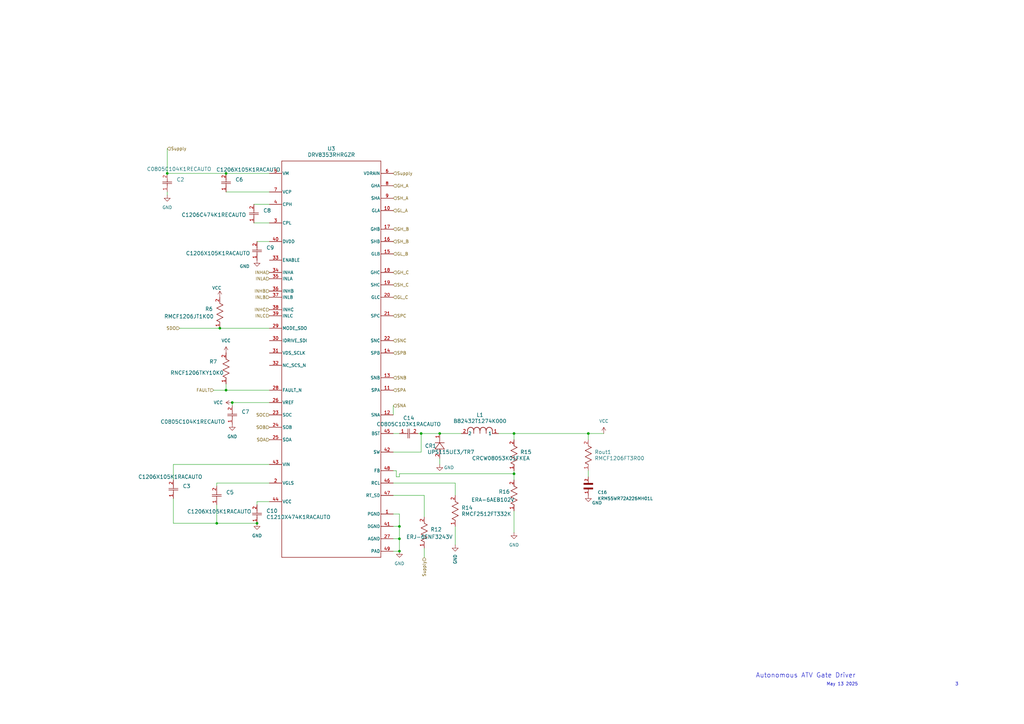
<source format=kicad_sch>
(kicad_sch
	(version 20250114)
	(generator "eeschema")
	(generator_version "9.0")
	(uuid "66c70677-4568-4e67-b7d8-669a7f8bf894")
	(paper "A3")
	(lib_symbols
		(symbol "Syms:B82432T1274K000"
			(pin_names
				(offset 0.254)
			)
			(exclude_from_sim no)
			(in_bom yes)
			(on_board yes)
			(property "Reference" "L"
				(at 6.985 5.08 0)
				(effects
					(font
						(size 1.524 1.524)
					)
				)
			)
			(property "Value" "B82432T1274K000"
				(at 6.985 -2.54 0)
				(effects
					(font
						(size 1.524 1.524)
					)
				)
			)
			(property "Footprint" "IND_EPCOS_B82432T_EPC"
				(at 0 0 0)
				(effects
					(font
						(size 1.27 1.27)
						(italic yes)
					)
					(hide yes)
				)
			)
			(property "Datasheet" "B82432T1274K000"
				(at 0 0 0)
				(effects
					(font
						(size 1.27 1.27)
						(italic yes)
					)
					(hide yes)
				)
			)
			(property "Description" ""
				(at 0 0 0)
				(effects
					(font
						(size 1.27 1.27)
					)
					(hide yes)
				)
			)
			(property "ki_locked" ""
				(at 0 0 0)
				(effects
					(font
						(size 1.27 1.27)
					)
				)
			)
			(property "ki_keywords" "B82432T1274K000"
				(at 0 0 0)
				(effects
					(font
						(size 1.27 1.27)
					)
					(hide yes)
				)
			)
			(property "ki_fp_filters" "IND_EPCOS_B82432T_EPC"
				(at 0 0 0)
				(effects
					(font
						(size 1.27 1.27)
					)
					(hide yes)
				)
			)
			(symbol "B82432T1274K000_1_1"
				(polyline
					(pts
						(xy 2.54 0) (xy 2.54 1.27)
					)
					(stroke
						(width 0.2032)
						(type default)
					)
					(fill
						(type none)
					)
				)
				(arc
					(start 2.54 1.27)
					(mid 3.81 2.5344)
					(end 5.08 1.27)
					(stroke
						(width 0.254)
						(type default)
					)
					(fill
						(type none)
					)
				)
				(polyline
					(pts
						(xy 5.08 0) (xy 5.08 1.27)
					)
					(stroke
						(width 0.2032)
						(type default)
					)
					(fill
						(type none)
					)
				)
				(arc
					(start 5.08 1.27)
					(mid 6.35 2.5344)
					(end 7.62 1.27)
					(stroke
						(width 0.254)
						(type default)
					)
					(fill
						(type none)
					)
				)
				(polyline
					(pts
						(xy 7.62 0) (xy 7.62 1.27)
					)
					(stroke
						(width 0.2032)
						(type default)
					)
					(fill
						(type none)
					)
				)
				(arc
					(start 7.62 1.27)
					(mid 8.89 2.5344)
					(end 10.16 1.27)
					(stroke
						(width 0.254)
						(type default)
					)
					(fill
						(type none)
					)
				)
				(polyline
					(pts
						(xy 10.16 0) (xy 10.16 1.27)
					)
					(stroke
						(width 0.2032)
						(type default)
					)
					(fill
						(type none)
					)
				)
				(arc
					(start 10.16 1.27)
					(mid 11.43 2.5344)
					(end 12.7 1.27)
					(stroke
						(width 0.254)
						(type default)
					)
					(fill
						(type none)
					)
				)
				(polyline
					(pts
						(xy 12.7 0) (xy 12.7 1.27)
					)
					(stroke
						(width 0.2032)
						(type default)
					)
					(fill
						(type none)
					)
				)
				(pin unspecified line
					(at 0 0 0)
					(length 2.54)
					(name "2"
						(effects
							(font
								(size 1.27 1.27)
							)
						)
					)
					(number "2"
						(effects
							(font
								(size 1.27 1.27)
							)
						)
					)
				)
				(pin unspecified line
					(at 15.24 0 180)
					(length 2.54)
					(name "1"
						(effects
							(font
								(size 1.27 1.27)
							)
						)
					)
					(number "1"
						(effects
							(font
								(size 1.27 1.27)
							)
						)
					)
				)
			)
			(symbol "B82432T1274K000_1_2"
				(arc
					(start -1.27 10.16)
					(mid -2.5344 11.43)
					(end -1.27 12.7)
					(stroke
						(width 0.254)
						(type default)
					)
					(fill
						(type none)
					)
				)
				(arc
					(start -1.27 7.62)
					(mid -2.5344 8.89)
					(end -1.27 10.16)
					(stroke
						(width 0.254)
						(type default)
					)
					(fill
						(type none)
					)
				)
				(arc
					(start -1.27 5.08)
					(mid -2.5344 6.35)
					(end -1.27 7.62)
					(stroke
						(width 0.254)
						(type default)
					)
					(fill
						(type none)
					)
				)
				(arc
					(start -1.27 2.54)
					(mid -2.5344 3.81)
					(end -1.27 5.08)
					(stroke
						(width 0.254)
						(type default)
					)
					(fill
						(type none)
					)
				)
				(polyline
					(pts
						(xy 0 12.7) (xy -1.27 12.7)
					)
					(stroke
						(width 0.2032)
						(type default)
					)
					(fill
						(type none)
					)
				)
				(polyline
					(pts
						(xy 0 10.16) (xy -1.27 10.16)
					)
					(stroke
						(width 0.2032)
						(type default)
					)
					(fill
						(type none)
					)
				)
				(polyline
					(pts
						(xy 0 7.62) (xy -1.27 7.62)
					)
					(stroke
						(width 0.2032)
						(type default)
					)
					(fill
						(type none)
					)
				)
				(polyline
					(pts
						(xy 0 5.08) (xy -1.27 5.08)
					)
					(stroke
						(width 0.2032)
						(type default)
					)
					(fill
						(type none)
					)
				)
				(polyline
					(pts
						(xy 0 2.54) (xy -1.27 2.54)
					)
					(stroke
						(width 0.2032)
						(type default)
					)
					(fill
						(type none)
					)
				)
				(pin unspecified line
					(at 0 15.24 270)
					(length 2.54)
					(name "1"
						(effects
							(font
								(size 1.27 1.27)
							)
						)
					)
					(number "1"
						(effects
							(font
								(size 1.27 1.27)
							)
						)
					)
				)
				(pin unspecified line
					(at 0 0 90)
					(length 2.54)
					(name "2"
						(effects
							(font
								(size 1.27 1.27)
							)
						)
					)
					(number "2"
						(effects
							(font
								(size 1.27 1.27)
							)
						)
					)
				)
			)
			(embedded_fonts no)
		)
		(symbol "Syms:C0805C103K1RACAUTO"
			(pin_names
				(offset 0.254)
			)
			(exclude_from_sim no)
			(in_bom yes)
			(on_board yes)
			(property "Reference" "C"
				(at 3.81 3.81 0)
				(effects
					(font
						(size 1.524 1.524)
					)
				)
			)
			(property "Value" "C0805C103K1RACAUTO"
				(at 3.81 -3.81 0)
				(effects
					(font
						(size 1.524 1.524)
					)
				)
			)
			(property "Footprint" "CAPC220145_88N_KEM"
				(at 0 0 0)
				(effects
					(font
						(size 1.27 1.27)
						(italic yes)
					)
					(hide yes)
				)
			)
			(property "Datasheet" "C0805C103K1RACAUTO"
				(at 0 0 0)
				(effects
					(font
						(size 1.27 1.27)
						(italic yes)
					)
					(hide yes)
				)
			)
			(property "Description" ""
				(at 0 0 0)
				(effects
					(font
						(size 1.27 1.27)
					)
					(hide yes)
				)
			)
			(property "ki_locked" ""
				(at 0 0 0)
				(effects
					(font
						(size 1.27 1.27)
					)
				)
			)
			(property "ki_keywords" "C0805C103K1RACAUTO"
				(at 0 0 0)
				(effects
					(font
						(size 1.27 1.27)
					)
					(hide yes)
				)
			)
			(property "ki_fp_filters" "CAPC220145_88N_KEM CAPC220145_88N_KEM-M CAPC220145_88N_KEM-L"
				(at 0 0 0)
				(effects
					(font
						(size 1.27 1.27)
					)
					(hide yes)
				)
			)
			(symbol "C0805C103K1RACAUTO_1_1"
				(polyline
					(pts
						(xy 2.54 0) (xy 3.4798 0)
					)
					(stroke
						(width 0.2032)
						(type default)
					)
					(fill
						(type none)
					)
				)
				(polyline
					(pts
						(xy 3.4798 -1.905) (xy 3.4798 1.905)
					)
					(stroke
						(width 0.2032)
						(type default)
					)
					(fill
						(type none)
					)
				)
				(polyline
					(pts
						(xy 4.1148 0) (xy 5.08 0)
					)
					(stroke
						(width 0.2032)
						(type default)
					)
					(fill
						(type none)
					)
				)
				(polyline
					(pts
						(xy 4.1148 -1.905) (xy 4.1148 1.905)
					)
					(stroke
						(width 0.2032)
						(type default)
					)
					(fill
						(type none)
					)
				)
				(pin unspecified line
					(at 0 0 0)
					(length 2.54)
					(name ""
						(effects
							(font
								(size 1.27 1.27)
							)
						)
					)
					(number "1"
						(effects
							(font
								(size 1.27 1.27)
							)
						)
					)
				)
				(pin unspecified line
					(at 7.62 0 180)
					(length 2.54)
					(name ""
						(effects
							(font
								(size 1.27 1.27)
							)
						)
					)
					(number "2"
						(effects
							(font
								(size 1.27 1.27)
							)
						)
					)
				)
			)
			(symbol "C0805C103K1RACAUTO_1_2"
				(polyline
					(pts
						(xy -1.905 -3.4798) (xy 1.905 -3.4798)
					)
					(stroke
						(width 0.2032)
						(type default)
					)
					(fill
						(type none)
					)
				)
				(polyline
					(pts
						(xy -1.905 -4.1148) (xy 1.905 -4.1148)
					)
					(stroke
						(width 0.2032)
						(type default)
					)
					(fill
						(type none)
					)
				)
				(polyline
					(pts
						(xy 0 -2.54) (xy 0 -3.4798)
					)
					(stroke
						(width 0.2032)
						(type default)
					)
					(fill
						(type none)
					)
				)
				(polyline
					(pts
						(xy 0 -4.1148) (xy 0 -5.08)
					)
					(stroke
						(width 0.2032)
						(type default)
					)
					(fill
						(type none)
					)
				)
				(pin unspecified line
					(at 0 0 270)
					(length 2.54)
					(name ""
						(effects
							(font
								(size 1.27 1.27)
							)
						)
					)
					(number "1"
						(effects
							(font
								(size 1.27 1.27)
							)
						)
					)
				)
				(pin unspecified line
					(at 0 -7.62 90)
					(length 2.54)
					(name ""
						(effects
							(font
								(size 1.27 1.27)
							)
						)
					)
					(number "2"
						(effects
							(font
								(size 1.27 1.27)
							)
						)
					)
				)
			)
			(embedded_fonts no)
		)
		(symbol "Syms:C0805C104K1RECAUTO"
			(pin_names
				(offset 0.254)
			)
			(exclude_from_sim no)
			(in_bom yes)
			(on_board yes)
			(property "Reference" "C"
				(at 3.81 3.81 0)
				(effects
					(font
						(size 1.524 1.524)
					)
				)
			)
			(property "Value" "C0805C104K1RECAUTO"
				(at 3.81 -3.81 0)
				(effects
					(font
						(size 1.524 1.524)
					)
				)
			)
			(property "Footprint" "CAPC220145_110N_KEM"
				(at 0 0 0)
				(effects
					(font
						(size 1.27 1.27)
						(italic yes)
					)
					(hide yes)
				)
			)
			(property "Datasheet" "C0805C104K1RECAUTO"
				(at 0 0 0)
				(effects
					(font
						(size 1.27 1.27)
						(italic yes)
					)
					(hide yes)
				)
			)
			(property "Description" ""
				(at 0 0 0)
				(effects
					(font
						(size 1.27 1.27)
					)
					(hide yes)
				)
			)
			(property "ki_locked" ""
				(at 0 0 0)
				(effects
					(font
						(size 1.27 1.27)
					)
				)
			)
			(property "ki_keywords" "C0805C104K1RECAUTO"
				(at 0 0 0)
				(effects
					(font
						(size 1.27 1.27)
					)
					(hide yes)
				)
			)
			(property "ki_fp_filters" "CAPC220145_110N_KEM CAPC220145_110N_KEM-M CAPC220145_110N_KEM-L"
				(at 0 0 0)
				(effects
					(font
						(size 1.27 1.27)
					)
					(hide yes)
				)
			)
			(symbol "C0805C104K1RECAUTO_1_1"
				(polyline
					(pts
						(xy 2.54 0) (xy 3.4798 0)
					)
					(stroke
						(width 0.2032)
						(type default)
					)
					(fill
						(type none)
					)
				)
				(polyline
					(pts
						(xy 3.4798 -1.905) (xy 3.4798 1.905)
					)
					(stroke
						(width 0.2032)
						(type default)
					)
					(fill
						(type none)
					)
				)
				(polyline
					(pts
						(xy 4.1148 0) (xy 5.08 0)
					)
					(stroke
						(width 0.2032)
						(type default)
					)
					(fill
						(type none)
					)
				)
				(polyline
					(pts
						(xy 4.1148 -1.905) (xy 4.1148 1.905)
					)
					(stroke
						(width 0.2032)
						(type default)
					)
					(fill
						(type none)
					)
				)
				(pin unspecified line
					(at 0 0 0)
					(length 2.54)
					(name ""
						(effects
							(font
								(size 1.27 1.27)
							)
						)
					)
					(number "1"
						(effects
							(font
								(size 1.27 1.27)
							)
						)
					)
				)
				(pin unspecified line
					(at 7.62 0 180)
					(length 2.54)
					(name ""
						(effects
							(font
								(size 1.27 1.27)
							)
						)
					)
					(number "2"
						(effects
							(font
								(size 1.27 1.27)
							)
						)
					)
				)
			)
			(symbol "C0805C104K1RECAUTO_1_2"
				(polyline
					(pts
						(xy -1.905 -3.4798) (xy 1.905 -3.4798)
					)
					(stroke
						(width 0.2032)
						(type default)
					)
					(fill
						(type none)
					)
				)
				(polyline
					(pts
						(xy -1.905 -4.1148) (xy 1.905 -4.1148)
					)
					(stroke
						(width 0.2032)
						(type default)
					)
					(fill
						(type none)
					)
				)
				(polyline
					(pts
						(xy 0 -2.54) (xy 0 -3.4798)
					)
					(stroke
						(width 0.2032)
						(type default)
					)
					(fill
						(type none)
					)
				)
				(polyline
					(pts
						(xy 0 -4.1148) (xy 0 -5.08)
					)
					(stroke
						(width 0.2032)
						(type default)
					)
					(fill
						(type none)
					)
				)
				(pin unspecified line
					(at 0 0 270)
					(length 2.54)
					(name ""
						(effects
							(font
								(size 1.27 1.27)
							)
						)
					)
					(number "1"
						(effects
							(font
								(size 1.27 1.27)
							)
						)
					)
				)
				(pin unspecified line
					(at 0 -7.62 90)
					(length 2.54)
					(name ""
						(effects
							(font
								(size 1.27 1.27)
							)
						)
					)
					(number "2"
						(effects
							(font
								(size 1.27 1.27)
							)
						)
					)
				)
			)
			(embedded_fonts no)
		)
		(symbol "Syms:C1206C474K1RECAUTO"
			(pin_names
				(offset 0.254)
			)
			(exclude_from_sim no)
			(in_bom yes)
			(on_board yes)
			(property "Reference" "C"
				(at 3.81 3.81 0)
				(effects
					(font
						(size 1.524 1.524)
					)
				)
			)
			(property "Value" "C1206C474K1RECAUTO"
				(at 3.81 -3.81 0)
				(effects
					(font
						(size 1.524 1.524)
					)
				)
			)
			(property "Footprint" "CAPC340180_180N_KEM"
				(at 0 0 0)
				(effects
					(font
						(size 1.27 1.27)
						(italic yes)
					)
					(hide yes)
				)
			)
			(property "Datasheet" "C1206C474K1RECAUTO"
				(at 0 0 0)
				(effects
					(font
						(size 1.27 1.27)
						(italic yes)
					)
					(hide yes)
				)
			)
			(property "Description" ""
				(at 0 0 0)
				(effects
					(font
						(size 1.27 1.27)
					)
					(hide yes)
				)
			)
			(property "ki_locked" ""
				(at 0 0 0)
				(effects
					(font
						(size 1.27 1.27)
					)
				)
			)
			(property "ki_keywords" "C1206C474K1RECAUTO"
				(at 0 0 0)
				(effects
					(font
						(size 1.27 1.27)
					)
					(hide yes)
				)
			)
			(property "ki_fp_filters" "CAPC340180_180N_KEM CAPC340180_180N_KEM-M CAPC340180_180N_KEM-L"
				(at 0 0 0)
				(effects
					(font
						(size 1.27 1.27)
					)
					(hide yes)
				)
			)
			(symbol "C1206C474K1RECAUTO_1_1"
				(polyline
					(pts
						(xy 2.54 0) (xy 3.4798 0)
					)
					(stroke
						(width 0.2032)
						(type default)
					)
					(fill
						(type none)
					)
				)
				(polyline
					(pts
						(xy 3.4798 -1.905) (xy 3.4798 1.905)
					)
					(stroke
						(width 0.2032)
						(type default)
					)
					(fill
						(type none)
					)
				)
				(polyline
					(pts
						(xy 4.1148 0) (xy 5.08 0)
					)
					(stroke
						(width 0.2032)
						(type default)
					)
					(fill
						(type none)
					)
				)
				(polyline
					(pts
						(xy 4.1148 -1.905) (xy 4.1148 1.905)
					)
					(stroke
						(width 0.2032)
						(type default)
					)
					(fill
						(type none)
					)
				)
				(pin unspecified line
					(at 0 0 0)
					(length 2.54)
					(name ""
						(effects
							(font
								(size 1.27 1.27)
							)
						)
					)
					(number "1"
						(effects
							(font
								(size 1.27 1.27)
							)
						)
					)
				)
				(pin unspecified line
					(at 7.62 0 180)
					(length 2.54)
					(name ""
						(effects
							(font
								(size 1.27 1.27)
							)
						)
					)
					(number "2"
						(effects
							(font
								(size 1.27 1.27)
							)
						)
					)
				)
			)
			(symbol "C1206C474K1RECAUTO_1_2"
				(polyline
					(pts
						(xy -1.905 -3.4798) (xy 1.905 -3.4798)
					)
					(stroke
						(width 0.2032)
						(type default)
					)
					(fill
						(type none)
					)
				)
				(polyline
					(pts
						(xy -1.905 -4.1148) (xy 1.905 -4.1148)
					)
					(stroke
						(width 0.2032)
						(type default)
					)
					(fill
						(type none)
					)
				)
				(polyline
					(pts
						(xy 0 -2.54) (xy 0 -3.4798)
					)
					(stroke
						(width 0.2032)
						(type default)
					)
					(fill
						(type none)
					)
				)
				(polyline
					(pts
						(xy 0 -4.1148) (xy 0 -5.08)
					)
					(stroke
						(width 0.2032)
						(type default)
					)
					(fill
						(type none)
					)
				)
				(pin unspecified line
					(at 0 0 270)
					(length 2.54)
					(name ""
						(effects
							(font
								(size 1.27 1.27)
							)
						)
					)
					(number "1"
						(effects
							(font
								(size 1.27 1.27)
							)
						)
					)
				)
				(pin unspecified line
					(at 0 -7.62 90)
					(length 2.54)
					(name ""
						(effects
							(font
								(size 1.27 1.27)
							)
						)
					)
					(number "2"
						(effects
							(font
								(size 1.27 1.27)
							)
						)
					)
				)
			)
			(embedded_fonts no)
		)
		(symbol "Syms:C1206X105K1RACAUTO"
			(pin_names
				(offset 0.254)
			)
			(exclude_from_sim no)
			(in_bom yes)
			(on_board yes)
			(property "Reference" "C"
				(at 3.81 3.81 0)
				(effects
					(font
						(size 1.524 1.524)
					)
				)
			)
			(property "Value" "C1206X105K1RACAUTO"
				(at 3.81 -3.81 0)
				(effects
					(font
						(size 1.524 1.524)
					)
				)
			)
			(property "Footprint" "CAPC370195_180N_KEM"
				(at 0 0 0)
				(effects
					(font
						(size 1.27 1.27)
						(italic yes)
					)
					(hide yes)
				)
			)
			(property "Datasheet" "C1206X105K1RACAUTO"
				(at 0 0 0)
				(effects
					(font
						(size 1.27 1.27)
						(italic yes)
					)
					(hide yes)
				)
			)
			(property "Description" ""
				(at 0 0 0)
				(effects
					(font
						(size 1.27 1.27)
					)
					(hide yes)
				)
			)
			(property "ki_locked" ""
				(at 0 0 0)
				(effects
					(font
						(size 1.27 1.27)
					)
				)
			)
			(property "ki_keywords" "C1206X105K1RACAUTO"
				(at 0 0 0)
				(effects
					(font
						(size 1.27 1.27)
					)
					(hide yes)
				)
			)
			(property "ki_fp_filters" "CAPC370195_180N_KEM CAPC370195_180N_KEM-M CAPC370195_180N_KEM-L"
				(at 0 0 0)
				(effects
					(font
						(size 1.27 1.27)
					)
					(hide yes)
				)
			)
			(symbol "C1206X105K1RACAUTO_1_1"
				(polyline
					(pts
						(xy 2.54 0) (xy 3.4798 0)
					)
					(stroke
						(width 0.2032)
						(type default)
					)
					(fill
						(type none)
					)
				)
				(polyline
					(pts
						(xy 3.4798 -1.905) (xy 3.4798 1.905)
					)
					(stroke
						(width 0.2032)
						(type default)
					)
					(fill
						(type none)
					)
				)
				(polyline
					(pts
						(xy 4.1148 0) (xy 5.08 0)
					)
					(stroke
						(width 0.2032)
						(type default)
					)
					(fill
						(type none)
					)
				)
				(polyline
					(pts
						(xy 4.1148 -1.905) (xy 4.1148 1.905)
					)
					(stroke
						(width 0.2032)
						(type default)
					)
					(fill
						(type none)
					)
				)
				(pin unspecified line
					(at 0 0 0)
					(length 2.54)
					(name ""
						(effects
							(font
								(size 1.27 1.27)
							)
						)
					)
					(number "1"
						(effects
							(font
								(size 1.27 1.27)
							)
						)
					)
				)
				(pin unspecified line
					(at 7.62 0 180)
					(length 2.54)
					(name ""
						(effects
							(font
								(size 1.27 1.27)
							)
						)
					)
					(number "2"
						(effects
							(font
								(size 1.27 1.27)
							)
						)
					)
				)
			)
			(symbol "C1206X105K1RACAUTO_1_2"
				(polyline
					(pts
						(xy -1.905 -3.4798) (xy 1.905 -3.4798)
					)
					(stroke
						(width 0.2032)
						(type default)
					)
					(fill
						(type none)
					)
				)
				(polyline
					(pts
						(xy -1.905 -4.1148) (xy 1.905 -4.1148)
					)
					(stroke
						(width 0.2032)
						(type default)
					)
					(fill
						(type none)
					)
				)
				(polyline
					(pts
						(xy 0 -2.54) (xy 0 -3.4798)
					)
					(stroke
						(width 0.2032)
						(type default)
					)
					(fill
						(type none)
					)
				)
				(polyline
					(pts
						(xy 0 -4.1148) (xy 0 -5.08)
					)
					(stroke
						(width 0.2032)
						(type default)
					)
					(fill
						(type none)
					)
				)
				(pin unspecified line
					(at 0 0 270)
					(length 2.54)
					(name ""
						(effects
							(font
								(size 1.27 1.27)
							)
						)
					)
					(number "1"
						(effects
							(font
								(size 1.27 1.27)
							)
						)
					)
				)
				(pin unspecified line
					(at 0 -7.62 90)
					(length 2.54)
					(name ""
						(effects
							(font
								(size 1.27 1.27)
							)
						)
					)
					(number "2"
						(effects
							(font
								(size 1.27 1.27)
							)
						)
					)
				)
			)
			(embedded_fonts no)
		)
		(symbol "Syms:C1210X474K1RACAUTO"
			(pin_names
				(offset 0.254)
			)
			(exclude_from_sim no)
			(in_bom yes)
			(on_board yes)
			(property "Reference" "C"
				(at 3.81 3.81 0)
				(effects
					(font
						(size 1.524 1.524)
					)
				)
			)
			(property "Value" "C1210X474K1RACAUTO"
				(at 3.81 -3.81 0)
				(effects
					(font
						(size 1.524 1.524)
					)
				)
			)
			(property "Footprint" "CAPC370290_115N_KEM"
				(at 0 0 0)
				(effects
					(font
						(size 1.27 1.27)
						(italic yes)
					)
					(hide yes)
				)
			)
			(property "Datasheet" "C1210X474K1RACAUTO"
				(at 0 0 0)
				(effects
					(font
						(size 1.27 1.27)
						(italic yes)
					)
					(hide yes)
				)
			)
			(property "Description" ""
				(at 0 0 0)
				(effects
					(font
						(size 1.27 1.27)
					)
					(hide yes)
				)
			)
			(property "ki_locked" ""
				(at 0 0 0)
				(effects
					(font
						(size 1.27 1.27)
					)
				)
			)
			(property "ki_keywords" "C1210X474K1RACAUTO"
				(at 0 0 0)
				(effects
					(font
						(size 1.27 1.27)
					)
					(hide yes)
				)
			)
			(property "ki_fp_filters" "CAPC370290_115N_KEM CAPC370290_115N_KEM-M CAPC370290_115N_KEM-L"
				(at 0 0 0)
				(effects
					(font
						(size 1.27 1.27)
					)
					(hide yes)
				)
			)
			(symbol "C1210X474K1RACAUTO_1_1"
				(polyline
					(pts
						(xy 2.54 0) (xy 3.4798 0)
					)
					(stroke
						(width 0.2032)
						(type default)
					)
					(fill
						(type none)
					)
				)
				(polyline
					(pts
						(xy 3.4798 -1.905) (xy 3.4798 1.905)
					)
					(stroke
						(width 0.2032)
						(type default)
					)
					(fill
						(type none)
					)
				)
				(polyline
					(pts
						(xy 4.1148 0) (xy 5.08 0)
					)
					(stroke
						(width 0.2032)
						(type default)
					)
					(fill
						(type none)
					)
				)
				(polyline
					(pts
						(xy 4.1148 -1.905) (xy 4.1148 1.905)
					)
					(stroke
						(width 0.2032)
						(type default)
					)
					(fill
						(type none)
					)
				)
				(pin unspecified line
					(at 0 0 0)
					(length 2.54)
					(name ""
						(effects
							(font
								(size 1.27 1.27)
							)
						)
					)
					(number "1"
						(effects
							(font
								(size 1.27 1.27)
							)
						)
					)
				)
				(pin unspecified line
					(at 7.62 0 180)
					(length 2.54)
					(name ""
						(effects
							(font
								(size 1.27 1.27)
							)
						)
					)
					(number "2"
						(effects
							(font
								(size 1.27 1.27)
							)
						)
					)
				)
			)
			(symbol "C1210X474K1RACAUTO_1_2"
				(polyline
					(pts
						(xy -1.905 -3.4798) (xy 1.905 -3.4798)
					)
					(stroke
						(width 0.2032)
						(type default)
					)
					(fill
						(type none)
					)
				)
				(polyline
					(pts
						(xy -1.905 -4.1148) (xy 1.905 -4.1148)
					)
					(stroke
						(width 0.2032)
						(type default)
					)
					(fill
						(type none)
					)
				)
				(polyline
					(pts
						(xy 0 -2.54) (xy 0 -3.4798)
					)
					(stroke
						(width 0.2032)
						(type default)
					)
					(fill
						(type none)
					)
				)
				(polyline
					(pts
						(xy 0 -4.1148) (xy 0 -5.08)
					)
					(stroke
						(width 0.2032)
						(type default)
					)
					(fill
						(type none)
					)
				)
				(pin unspecified line
					(at 0 0 270)
					(length 2.54)
					(name ""
						(effects
							(font
								(size 1.27 1.27)
							)
						)
					)
					(number "1"
						(effects
							(font
								(size 1.27 1.27)
							)
						)
					)
				)
				(pin unspecified line
					(at 0 -7.62 90)
					(length 2.54)
					(name ""
						(effects
							(font
								(size 1.27 1.27)
							)
						)
					)
					(number "2"
						(effects
							(font
								(size 1.27 1.27)
							)
						)
					)
				)
			)
			(embedded_fonts no)
		)
		(symbol "Syms:CRCW08053K01FKEA"
			(pin_names
				(offset 0.254)
			)
			(exclude_from_sim no)
			(in_bom yes)
			(on_board yes)
			(property "Reference" "R"
				(at 5.715 3.81 0)
				(effects
					(font
						(size 1.524 1.524)
					)
				)
			)
			(property "Value" "CRCW08053K01FKEA"
				(at 6.35 -3.81 0)
				(effects
					(font
						(size 1.524 1.524)
					)
				)
			)
			(property "Footprint" "RES_CRCW_0805"
				(at 0 0 0)
				(effects
					(font
						(size 1.27 1.27)
						(italic yes)
					)
					(hide yes)
				)
			)
			(property "Datasheet" "CRCW08053K01FKEA"
				(at 0 0 0)
				(effects
					(font
						(size 1.27 1.27)
						(italic yes)
					)
					(hide yes)
				)
			)
			(property "Description" ""
				(at 0 0 0)
				(effects
					(font
						(size 1.27 1.27)
					)
					(hide yes)
				)
			)
			(property "ki_locked" ""
				(at 0 0 0)
				(effects
					(font
						(size 1.27 1.27)
					)
				)
			)
			(property "ki_keywords" "CRCW08053K01FKEA"
				(at 0 0 0)
				(effects
					(font
						(size 1.27 1.27)
					)
					(hide yes)
				)
			)
			(property "ki_fp_filters" "RES_CRCW_0805 RES_CRCW_0805-M RES_CRCW_0805-L"
				(at 0 0 0)
				(effects
					(font
						(size 1.27 1.27)
					)
					(hide yes)
				)
			)
			(symbol "CRCW08053K01FKEA_1_1"
				(polyline
					(pts
						(xy 2.54 0) (xy 3.175 1.27)
					)
					(stroke
						(width 0.2032)
						(type default)
					)
					(fill
						(type none)
					)
				)
				(polyline
					(pts
						(xy 3.175 1.27) (xy 4.445 -1.27)
					)
					(stroke
						(width 0.2032)
						(type default)
					)
					(fill
						(type none)
					)
				)
				(polyline
					(pts
						(xy 4.445 -1.27) (xy 5.715 1.27)
					)
					(stroke
						(width 0.2032)
						(type default)
					)
					(fill
						(type none)
					)
				)
				(polyline
					(pts
						(xy 5.715 1.27) (xy 6.985 -1.27)
					)
					(stroke
						(width 0.2032)
						(type default)
					)
					(fill
						(type none)
					)
				)
				(polyline
					(pts
						(xy 6.985 -1.27) (xy 8.255 1.27)
					)
					(stroke
						(width 0.2032)
						(type default)
					)
					(fill
						(type none)
					)
				)
				(polyline
					(pts
						(xy 8.255 1.27) (xy 9.525 -1.27)
					)
					(stroke
						(width 0.2032)
						(type default)
					)
					(fill
						(type none)
					)
				)
				(polyline
					(pts
						(xy 9.525 -1.27) (xy 10.16 0)
					)
					(stroke
						(width 0.2032)
						(type default)
					)
					(fill
						(type none)
					)
				)
				(pin unspecified line
					(at 0 0 0)
					(length 2.54)
					(name ""
						(effects
							(font
								(size 1.27 1.27)
							)
						)
					)
					(number "2"
						(effects
							(font
								(size 1.27 1.27)
							)
						)
					)
				)
				(pin unspecified line
					(at 12.7 0 180)
					(length 2.54)
					(name ""
						(effects
							(font
								(size 1.27 1.27)
							)
						)
					)
					(number "1"
						(effects
							(font
								(size 1.27 1.27)
							)
						)
					)
				)
			)
			(symbol "CRCW08053K01FKEA_1_2"
				(polyline
					(pts
						(xy -1.27 8.255) (xy 1.27 9.525)
					)
					(stroke
						(width 0.2032)
						(type default)
					)
					(fill
						(type none)
					)
				)
				(polyline
					(pts
						(xy -1.27 5.715) (xy 1.27 6.985)
					)
					(stroke
						(width 0.2032)
						(type default)
					)
					(fill
						(type none)
					)
				)
				(polyline
					(pts
						(xy -1.27 3.175) (xy 1.27 4.445)
					)
					(stroke
						(width 0.2032)
						(type default)
					)
					(fill
						(type none)
					)
				)
				(polyline
					(pts
						(xy 0 2.54) (xy -1.27 3.175)
					)
					(stroke
						(width 0.2032)
						(type default)
					)
					(fill
						(type none)
					)
				)
				(polyline
					(pts
						(xy 1.27 9.525) (xy 0 10.16)
					)
					(stroke
						(width 0.2032)
						(type default)
					)
					(fill
						(type none)
					)
				)
				(polyline
					(pts
						(xy 1.27 6.985) (xy -1.27 8.255)
					)
					(stroke
						(width 0.2032)
						(type default)
					)
					(fill
						(type none)
					)
				)
				(polyline
					(pts
						(xy 1.27 4.445) (xy -1.27 5.715)
					)
					(stroke
						(width 0.2032)
						(type default)
					)
					(fill
						(type none)
					)
				)
				(pin unspecified line
					(at 0 12.7 270)
					(length 2.54)
					(name ""
						(effects
							(font
								(size 1.27 1.27)
							)
						)
					)
					(number "1"
						(effects
							(font
								(size 1.27 1.27)
							)
						)
					)
				)
				(pin unspecified line
					(at 0 0 90)
					(length 2.54)
					(name ""
						(effects
							(font
								(size 1.27 1.27)
							)
						)
					)
					(number "2"
						(effects
							(font
								(size 1.27 1.27)
							)
						)
					)
				)
			)
			(embedded_fonts no)
		)
		(symbol "Syms:DRV8353RHRGZR"
			(pin_names
				(offset 0.254)
			)
			(exclude_from_sim no)
			(in_bom yes)
			(on_board yes)
			(property "Reference" "U"
				(at 0 2.54 0)
				(effects
					(font
						(size 1.524 1.524)
					)
				)
			)
			(property "Value" "DRV8353RHRGZR"
				(at 0 0 0)
				(effects
					(font
						(size 1.524 1.524)
					)
				)
			)
			(property "Footprint" "RGZ0048L"
				(at 0 0 0)
				(effects
					(font
						(size 1.27 1.27)
						(italic yes)
					)
					(hide yes)
				)
			)
			(property "Datasheet" "DRV8353RHRGZR"
				(at 0 0 0)
				(effects
					(font
						(size 1.27 1.27)
						(italic yes)
					)
					(hide yes)
				)
			)
			(property "Description" ""
				(at 0 0 0)
				(effects
					(font
						(size 1.27 1.27)
					)
					(hide yes)
				)
			)
			(property "ki_locked" ""
				(at 0 0 0)
				(effects
					(font
						(size 1.27 1.27)
					)
				)
			)
			(property "ki_keywords" "DRV8353RHRGZR"
				(at 0 0 0)
				(effects
					(font
						(size 1.27 1.27)
					)
					(hide yes)
				)
			)
			(property "ki_fp_filters" "RGZ0048L"
				(at 0 0 0)
				(effects
					(font
						(size 1.27 1.27)
					)
					(hide yes)
				)
			)
			(symbol "DRV8353RHRGZR_0_1"
				(polyline
					(pts
						(xy -20.32 81.28) (xy -20.32 -81.28)
					)
					(stroke
						(width 0.2032)
						(type default)
					)
					(fill
						(type none)
					)
				)
				(polyline
					(pts
						(xy -20.32 -81.28) (xy 20.32 -81.28)
					)
					(stroke
						(width 0.2032)
						(type default)
					)
					(fill
						(type none)
					)
				)
				(polyline
					(pts
						(xy 20.32 81.28) (xy -20.32 81.28)
					)
					(stroke
						(width 0.2032)
						(type default)
					)
					(fill
						(type none)
					)
				)
				(polyline
					(pts
						(xy 20.32 -81.28) (xy 20.32 81.28)
					)
					(stroke
						(width 0.2032)
						(type default)
					)
					(fill
						(type none)
					)
				)
				(pin power_in line
					(at -25.4 76.2 0)
					(length 5.08)
					(name "VM"
						(effects
							(font
								(size 1.27 1.27)
							)
						)
					)
					(number "5"
						(effects
							(font
								(size 1.27 1.27)
							)
						)
					)
				)
				(pin power_in line
					(at -25.4 68.58 0)
					(length 5.08)
					(name "VCP"
						(effects
							(font
								(size 1.27 1.27)
							)
						)
					)
					(number "7"
						(effects
							(font
								(size 1.27 1.27)
							)
						)
					)
				)
				(pin power_in line
					(at -25.4 63.5 0)
					(length 5.08)
					(name "CPH"
						(effects
							(font
								(size 1.27 1.27)
							)
						)
					)
					(number "4"
						(effects
							(font
								(size 1.27 1.27)
							)
						)
					)
				)
				(pin power_in line
					(at -25.4 55.88 0)
					(length 5.08)
					(name "CPL"
						(effects
							(font
								(size 1.27 1.27)
							)
						)
					)
					(number "3"
						(effects
							(font
								(size 1.27 1.27)
							)
						)
					)
				)
				(pin power_in line
					(at -25.4 48.26 0)
					(length 5.08)
					(name "DVDD"
						(effects
							(font
								(size 1.27 1.27)
							)
						)
					)
					(number "40"
						(effects
							(font
								(size 1.27 1.27)
							)
						)
					)
				)
				(pin input line
					(at -25.4 40.64 0)
					(length 5.08)
					(name "ENABLE"
						(effects
							(font
								(size 1.27 1.27)
							)
						)
					)
					(number "33"
						(effects
							(font
								(size 1.27 1.27)
							)
						)
					)
				)
				(pin input line
					(at -25.4 35.56 0)
					(length 5.08)
					(name "INHA"
						(effects
							(font
								(size 1.27 1.27)
							)
						)
					)
					(number "34"
						(effects
							(font
								(size 1.27 1.27)
							)
						)
					)
				)
				(pin input line
					(at -25.4 33.02 0)
					(length 5.08)
					(name "INLA"
						(effects
							(font
								(size 1.27 1.27)
							)
						)
					)
					(number "35"
						(effects
							(font
								(size 1.27 1.27)
							)
						)
					)
				)
				(pin input line
					(at -25.4 27.94 0)
					(length 5.08)
					(name "INHB"
						(effects
							(font
								(size 1.27 1.27)
							)
						)
					)
					(number "36"
						(effects
							(font
								(size 1.27 1.27)
							)
						)
					)
				)
				(pin input line
					(at -25.4 25.4 0)
					(length 5.08)
					(name "INLB"
						(effects
							(font
								(size 1.27 1.27)
							)
						)
					)
					(number "37"
						(effects
							(font
								(size 1.27 1.27)
							)
						)
					)
				)
				(pin input line
					(at -25.4 20.32 0)
					(length 5.08)
					(name "INHC"
						(effects
							(font
								(size 1.27 1.27)
							)
						)
					)
					(number "38"
						(effects
							(font
								(size 1.27 1.27)
							)
						)
					)
				)
				(pin input line
					(at -25.4 17.78 0)
					(length 5.08)
					(name "INLC"
						(effects
							(font
								(size 1.27 1.27)
							)
						)
					)
					(number "39"
						(effects
							(font
								(size 1.27 1.27)
							)
						)
					)
				)
				(pin bidirectional line
					(at -25.4 12.7 0)
					(length 5.08)
					(name "MODE_SDO"
						(effects
							(font
								(size 1.27 1.27)
							)
						)
					)
					(number "29"
						(effects
							(font
								(size 1.27 1.27)
							)
						)
					)
				)
				(pin input line
					(at -25.4 7.62 0)
					(length 5.08)
					(name "IDRIVE_SDI"
						(effects
							(font
								(size 1.27 1.27)
							)
						)
					)
					(number "30"
						(effects
							(font
								(size 1.27 1.27)
							)
						)
					)
				)
				(pin input line
					(at -25.4 2.54 0)
					(length 5.08)
					(name "VDS_SCLK"
						(effects
							(font
								(size 1.27 1.27)
							)
						)
					)
					(number "31"
						(effects
							(font
								(size 1.27 1.27)
							)
						)
					)
				)
				(pin input line
					(at -25.4 -2.54 0)
					(length 5.08)
					(name "NC_SCS_N"
						(effects
							(font
								(size 1.27 1.27)
							)
						)
					)
					(number "32"
						(effects
							(font
								(size 1.27 1.27)
							)
						)
					)
				)
				(pin open_collector line
					(at -25.4 -12.7 0)
					(length 5.08)
					(name "FAULT_N"
						(effects
							(font
								(size 1.27 1.27)
							)
						)
					)
					(number "28"
						(effects
							(font
								(size 1.27 1.27)
							)
						)
					)
				)
				(pin power_in line
					(at -25.4 -17.78 0)
					(length 5.08)
					(name "VREF"
						(effects
							(font
								(size 1.27 1.27)
							)
						)
					)
					(number "26"
						(effects
							(font
								(size 1.27 1.27)
							)
						)
					)
				)
				(pin output line
					(at -25.4 -22.86 0)
					(length 5.08)
					(name "SOC"
						(effects
							(font
								(size 1.27 1.27)
							)
						)
					)
					(number "23"
						(effects
							(font
								(size 1.27 1.27)
							)
						)
					)
				)
				(pin output line
					(at -25.4 -27.94 0)
					(length 5.08)
					(name "SOB"
						(effects
							(font
								(size 1.27 1.27)
							)
						)
					)
					(number "24"
						(effects
							(font
								(size 1.27 1.27)
							)
						)
					)
				)
				(pin output line
					(at -25.4 -33.02 0)
					(length 5.08)
					(name "SOA"
						(effects
							(font
								(size 1.27 1.27)
							)
						)
					)
					(number "25"
						(effects
							(font
								(size 1.27 1.27)
							)
						)
					)
				)
				(pin power_in line
					(at -25.4 -43.18 0)
					(length 5.08)
					(name "VIN"
						(effects
							(font
								(size 1.27 1.27)
							)
						)
					)
					(number "43"
						(effects
							(font
								(size 1.27 1.27)
							)
						)
					)
				)
				(pin power_in line
					(at -25.4 -50.8 0)
					(length 5.08)
					(name "VGLS"
						(effects
							(font
								(size 1.27 1.27)
							)
						)
					)
					(number "2"
						(effects
							(font
								(size 1.27 1.27)
							)
						)
					)
				)
				(pin power_in line
					(at -25.4 -58.42 0)
					(length 5.08)
					(name "VCC"
						(effects
							(font
								(size 1.27 1.27)
							)
						)
					)
					(number "44"
						(effects
							(font
								(size 1.27 1.27)
							)
						)
					)
				)
				(pin input line
					(at 25.4 76.2 180)
					(length 5.08)
					(name "VDRAIN"
						(effects
							(font
								(size 1.27 1.27)
							)
						)
					)
					(number "6"
						(effects
							(font
								(size 1.27 1.27)
							)
						)
					)
				)
				(pin output line
					(at 25.4 71.12 180)
					(length 5.08)
					(name "GHA"
						(effects
							(font
								(size 1.27 1.27)
							)
						)
					)
					(number "8"
						(effects
							(font
								(size 1.27 1.27)
							)
						)
					)
				)
				(pin input line
					(at 25.4 66.04 180)
					(length 5.08)
					(name "SHA"
						(effects
							(font
								(size 1.27 1.27)
							)
						)
					)
					(number "9"
						(effects
							(font
								(size 1.27 1.27)
							)
						)
					)
				)
				(pin output line
					(at 25.4 60.96 180)
					(length 5.08)
					(name "GLA"
						(effects
							(font
								(size 1.27 1.27)
							)
						)
					)
					(number "10"
						(effects
							(font
								(size 1.27 1.27)
							)
						)
					)
				)
				(pin output line
					(at 25.4 53.34 180)
					(length 5.08)
					(name "GHB"
						(effects
							(font
								(size 1.27 1.27)
							)
						)
					)
					(number "17"
						(effects
							(font
								(size 1.27 1.27)
							)
						)
					)
				)
				(pin input line
					(at 25.4 48.26 180)
					(length 5.08)
					(name "SHB"
						(effects
							(font
								(size 1.27 1.27)
							)
						)
					)
					(number "16"
						(effects
							(font
								(size 1.27 1.27)
							)
						)
					)
				)
				(pin output line
					(at 25.4 43.18 180)
					(length 5.08)
					(name "GLB"
						(effects
							(font
								(size 1.27 1.27)
							)
						)
					)
					(number "15"
						(effects
							(font
								(size 1.27 1.27)
							)
						)
					)
				)
				(pin output line
					(at 25.4 35.56 180)
					(length 5.08)
					(name "GHC"
						(effects
							(font
								(size 1.27 1.27)
							)
						)
					)
					(number "18"
						(effects
							(font
								(size 1.27 1.27)
							)
						)
					)
				)
				(pin input line
					(at 25.4 30.48 180)
					(length 5.08)
					(name "SHC"
						(effects
							(font
								(size 1.27 1.27)
							)
						)
					)
					(number "19"
						(effects
							(font
								(size 1.27 1.27)
							)
						)
					)
				)
				(pin output line
					(at 25.4 25.4 180)
					(length 5.08)
					(name "GLC"
						(effects
							(font
								(size 1.27 1.27)
							)
						)
					)
					(number "20"
						(effects
							(font
								(size 1.27 1.27)
							)
						)
					)
				)
				(pin input line
					(at 25.4 17.78 180)
					(length 5.08)
					(name "SPC"
						(effects
							(font
								(size 1.27 1.27)
							)
						)
					)
					(number "21"
						(effects
							(font
								(size 1.27 1.27)
							)
						)
					)
				)
				(pin input line
					(at 25.4 7.62 180)
					(length 5.08)
					(name "SNC"
						(effects
							(font
								(size 1.27 1.27)
							)
						)
					)
					(number "22"
						(effects
							(font
								(size 1.27 1.27)
							)
						)
					)
				)
				(pin input line
					(at 25.4 2.54 180)
					(length 5.08)
					(name "SPB"
						(effects
							(font
								(size 1.27 1.27)
							)
						)
					)
					(number "14"
						(effects
							(font
								(size 1.27 1.27)
							)
						)
					)
				)
				(pin input line
					(at 25.4 -7.62 180)
					(length 5.08)
					(name "SNB"
						(effects
							(font
								(size 1.27 1.27)
							)
						)
					)
					(number "13"
						(effects
							(font
								(size 1.27 1.27)
							)
						)
					)
				)
				(pin input line
					(at 25.4 -12.7 180)
					(length 5.08)
					(name "SPA"
						(effects
							(font
								(size 1.27 1.27)
							)
						)
					)
					(number "11"
						(effects
							(font
								(size 1.27 1.27)
							)
						)
					)
				)
				(pin input line
					(at 25.4 -22.86 180)
					(length 5.08)
					(name "SNA"
						(effects
							(font
								(size 1.27 1.27)
							)
						)
					)
					(number "12"
						(effects
							(font
								(size 1.27 1.27)
							)
						)
					)
				)
				(pin power_in line
					(at 25.4 -30.48 180)
					(length 5.08)
					(name "BST"
						(effects
							(font
								(size 1.27 1.27)
							)
						)
					)
					(number "45"
						(effects
							(font
								(size 1.27 1.27)
							)
						)
					)
				)
				(pin power_in line
					(at 25.4 -38.1 180)
					(length 5.08)
					(name "SW"
						(effects
							(font
								(size 1.27 1.27)
							)
						)
					)
					(number "42"
						(effects
							(font
								(size 1.27 1.27)
							)
						)
					)
				)
				(pin input line
					(at 25.4 -45.72 180)
					(length 5.08)
					(name "FB"
						(effects
							(font
								(size 1.27 1.27)
							)
						)
					)
					(number "48"
						(effects
							(font
								(size 1.27 1.27)
							)
						)
					)
				)
				(pin input line
					(at 25.4 -50.8 180)
					(length 5.08)
					(name "RCL"
						(effects
							(font
								(size 1.27 1.27)
							)
						)
					)
					(number "46"
						(effects
							(font
								(size 1.27 1.27)
							)
						)
					)
				)
				(pin input line
					(at 25.4 -55.88 180)
					(length 5.08)
					(name "RT_SD"
						(effects
							(font
								(size 1.27 1.27)
							)
						)
					)
					(number "47"
						(effects
							(font
								(size 1.27 1.27)
							)
						)
					)
				)
				(pin power_in line
					(at 25.4 -63.5 180)
					(length 5.08)
					(name "PGND"
						(effects
							(font
								(size 1.27 1.27)
							)
						)
					)
					(number "1"
						(effects
							(font
								(size 1.27 1.27)
							)
						)
					)
				)
				(pin power_in line
					(at 25.4 -68.58 180)
					(length 5.08)
					(name "DGND"
						(effects
							(font
								(size 1.27 1.27)
							)
						)
					)
					(number "41"
						(effects
							(font
								(size 1.27 1.27)
							)
						)
					)
				)
				(pin power_in line
					(at 25.4 -73.66 180)
					(length 5.08)
					(name "AGND"
						(effects
							(font
								(size 1.27 1.27)
							)
						)
					)
					(number "27"
						(effects
							(font
								(size 1.27 1.27)
							)
						)
					)
				)
				(pin power_in line
					(at 25.4 -78.74 180)
					(length 5.08)
					(name "PAD"
						(effects
							(font
								(size 1.27 1.27)
							)
						)
					)
					(number "49"
						(effects
							(font
								(size 1.27 1.27)
							)
						)
					)
				)
			)
			(embedded_fonts no)
		)
		(symbol "Syms:ERA-6AEB102V"
			(pin_names
				(offset 0.254)
			)
			(exclude_from_sim no)
			(in_bom yes)
			(on_board yes)
			(property "Reference" "R"
				(at 5.715 3.81 0)
				(effects
					(font
						(size 1.524 1.524)
					)
				)
			)
			(property "Value" "ERA-6AEB102V"
				(at 6.35 -3.81 0)
				(effects
					(font
						(size 1.524 1.524)
					)
				)
			)
			(property "Footprint" "RC0805N_PAN"
				(at 0 0 0)
				(effects
					(font
						(size 1.27 1.27)
						(italic yes)
					)
					(hide yes)
				)
			)
			(property "Datasheet" "ERA-6AEB102V"
				(at 0 0 0)
				(effects
					(font
						(size 1.27 1.27)
						(italic yes)
					)
					(hide yes)
				)
			)
			(property "Description" ""
				(at 0 0 0)
				(effects
					(font
						(size 1.27 1.27)
					)
					(hide yes)
				)
			)
			(property "ki_locked" ""
				(at 0 0 0)
				(effects
					(font
						(size 1.27 1.27)
					)
				)
			)
			(property "ki_keywords" "ERA-6AEB102V"
				(at 0 0 0)
				(effects
					(font
						(size 1.27 1.27)
					)
					(hide yes)
				)
			)
			(property "ki_fp_filters" "RC0805N_PAN RC0805N_PAN-M RC0805N_PAN-L"
				(at 0 0 0)
				(effects
					(font
						(size 1.27 1.27)
					)
					(hide yes)
				)
			)
			(symbol "ERA-6AEB102V_1_1"
				(polyline
					(pts
						(xy 2.54 0) (xy 3.175 1.27)
					)
					(stroke
						(width 0.2032)
						(type default)
					)
					(fill
						(type none)
					)
				)
				(polyline
					(pts
						(xy 3.175 1.27) (xy 4.445 -1.27)
					)
					(stroke
						(width 0.2032)
						(type default)
					)
					(fill
						(type none)
					)
				)
				(polyline
					(pts
						(xy 4.445 -1.27) (xy 5.715 1.27)
					)
					(stroke
						(width 0.2032)
						(type default)
					)
					(fill
						(type none)
					)
				)
				(polyline
					(pts
						(xy 5.715 1.27) (xy 6.985 -1.27)
					)
					(stroke
						(width 0.2032)
						(type default)
					)
					(fill
						(type none)
					)
				)
				(polyline
					(pts
						(xy 6.985 -1.27) (xy 8.255 1.27)
					)
					(stroke
						(width 0.2032)
						(type default)
					)
					(fill
						(type none)
					)
				)
				(polyline
					(pts
						(xy 8.255 1.27) (xy 9.525 -1.27)
					)
					(stroke
						(width 0.2032)
						(type default)
					)
					(fill
						(type none)
					)
				)
				(polyline
					(pts
						(xy 9.525 -1.27) (xy 10.16 0)
					)
					(stroke
						(width 0.2032)
						(type default)
					)
					(fill
						(type none)
					)
				)
				(pin unspecified line
					(at 0 0 0)
					(length 2.54)
					(name ""
						(effects
							(font
								(size 1.27 1.27)
							)
						)
					)
					(number "2"
						(effects
							(font
								(size 1.27 1.27)
							)
						)
					)
				)
				(pin unspecified line
					(at 12.7 0 180)
					(length 2.54)
					(name ""
						(effects
							(font
								(size 1.27 1.27)
							)
						)
					)
					(number "1"
						(effects
							(font
								(size 1.27 1.27)
							)
						)
					)
				)
			)
			(symbol "ERA-6AEB102V_1_2"
				(polyline
					(pts
						(xy -1.27 8.255) (xy 1.27 9.525)
					)
					(stroke
						(width 0.2032)
						(type default)
					)
					(fill
						(type none)
					)
				)
				(polyline
					(pts
						(xy -1.27 5.715) (xy 1.27 6.985)
					)
					(stroke
						(width 0.2032)
						(type default)
					)
					(fill
						(type none)
					)
				)
				(polyline
					(pts
						(xy -1.27 3.175) (xy 1.27 4.445)
					)
					(stroke
						(width 0.2032)
						(type default)
					)
					(fill
						(type none)
					)
				)
				(polyline
					(pts
						(xy 0 2.54) (xy -1.27 3.175)
					)
					(stroke
						(width 0.2032)
						(type default)
					)
					(fill
						(type none)
					)
				)
				(polyline
					(pts
						(xy 1.27 9.525) (xy 0 10.16)
					)
					(stroke
						(width 0.2032)
						(type default)
					)
					(fill
						(type none)
					)
				)
				(polyline
					(pts
						(xy 1.27 6.985) (xy -1.27 8.255)
					)
					(stroke
						(width 0.2032)
						(type default)
					)
					(fill
						(type none)
					)
				)
				(polyline
					(pts
						(xy 1.27 4.445) (xy -1.27 5.715)
					)
					(stroke
						(width 0.2032)
						(type default)
					)
					(fill
						(type none)
					)
				)
				(pin unspecified line
					(at 0 12.7 270)
					(length 2.54)
					(name ""
						(effects
							(font
								(size 1.27 1.27)
							)
						)
					)
					(number "1"
						(effects
							(font
								(size 1.27 1.27)
							)
						)
					)
				)
				(pin unspecified line
					(at 0 0 90)
					(length 2.54)
					(name ""
						(effects
							(font
								(size 1.27 1.27)
							)
						)
					)
					(number "2"
						(effects
							(font
								(size 1.27 1.27)
							)
						)
					)
				)
			)
			(embedded_fonts no)
		)
		(symbol "Syms:ERJ-6ENF3243V"
			(pin_names
				(offset 0.254)
			)
			(exclude_from_sim no)
			(in_bom yes)
			(on_board yes)
			(property "Reference" "R"
				(at 5.715 3.81 0)
				(effects
					(font
						(size 1.524 1.524)
					)
				)
			)
			(property "Value" "ERJ-6ENF3243V"
				(at 6.35 -3.81 0)
				(effects
					(font
						(size 1.524 1.524)
					)
				)
			)
			(property "Footprint" "RC0805N_PAN"
				(at 0 0 0)
				(effects
					(font
						(size 1.27 1.27)
						(italic yes)
					)
					(hide yes)
				)
			)
			(property "Datasheet" "ERJ-6ENF3243V"
				(at 0 0 0)
				(effects
					(font
						(size 1.27 1.27)
						(italic yes)
					)
					(hide yes)
				)
			)
			(property "Description" ""
				(at 0 0 0)
				(effects
					(font
						(size 1.27 1.27)
					)
					(hide yes)
				)
			)
			(property "ki_locked" ""
				(at 0 0 0)
				(effects
					(font
						(size 1.27 1.27)
					)
				)
			)
			(property "ki_keywords" "ERJ-6ENF3243V"
				(at 0 0 0)
				(effects
					(font
						(size 1.27 1.27)
					)
					(hide yes)
				)
			)
			(property "ki_fp_filters" "RC0805N_PAN RC0805N_PAN-M RC0805N_PAN-L"
				(at 0 0 0)
				(effects
					(font
						(size 1.27 1.27)
					)
					(hide yes)
				)
			)
			(symbol "ERJ-6ENF3243V_1_1"
				(polyline
					(pts
						(xy 2.54 0) (xy 3.175 1.27)
					)
					(stroke
						(width 0.2032)
						(type default)
					)
					(fill
						(type none)
					)
				)
				(polyline
					(pts
						(xy 3.175 1.27) (xy 4.445 -1.27)
					)
					(stroke
						(width 0.2032)
						(type default)
					)
					(fill
						(type none)
					)
				)
				(polyline
					(pts
						(xy 4.445 -1.27) (xy 5.715 1.27)
					)
					(stroke
						(width 0.2032)
						(type default)
					)
					(fill
						(type none)
					)
				)
				(polyline
					(pts
						(xy 5.715 1.27) (xy 6.985 -1.27)
					)
					(stroke
						(width 0.2032)
						(type default)
					)
					(fill
						(type none)
					)
				)
				(polyline
					(pts
						(xy 6.985 -1.27) (xy 8.255 1.27)
					)
					(stroke
						(width 0.2032)
						(type default)
					)
					(fill
						(type none)
					)
				)
				(polyline
					(pts
						(xy 8.255 1.27) (xy 9.525 -1.27)
					)
					(stroke
						(width 0.2032)
						(type default)
					)
					(fill
						(type none)
					)
				)
				(polyline
					(pts
						(xy 9.525 -1.27) (xy 10.16 0)
					)
					(stroke
						(width 0.2032)
						(type default)
					)
					(fill
						(type none)
					)
				)
				(pin unspecified line
					(at 0 0 0)
					(length 2.54)
					(name ""
						(effects
							(font
								(size 1.27 1.27)
							)
						)
					)
					(number "2"
						(effects
							(font
								(size 1.27 1.27)
							)
						)
					)
				)
				(pin unspecified line
					(at 12.7 0 180)
					(length 2.54)
					(name ""
						(effects
							(font
								(size 1.27 1.27)
							)
						)
					)
					(number "1"
						(effects
							(font
								(size 1.27 1.27)
							)
						)
					)
				)
			)
			(symbol "ERJ-6ENF3243V_1_2"
				(polyline
					(pts
						(xy -1.27 8.255) (xy 1.27 9.525)
					)
					(stroke
						(width 0.2032)
						(type default)
					)
					(fill
						(type none)
					)
				)
				(polyline
					(pts
						(xy -1.27 5.715) (xy 1.27 6.985)
					)
					(stroke
						(width 0.2032)
						(type default)
					)
					(fill
						(type none)
					)
				)
				(polyline
					(pts
						(xy -1.27 3.175) (xy 1.27 4.445)
					)
					(stroke
						(width 0.2032)
						(type default)
					)
					(fill
						(type none)
					)
				)
				(polyline
					(pts
						(xy 0 2.54) (xy -1.27 3.175)
					)
					(stroke
						(width 0.2032)
						(type default)
					)
					(fill
						(type none)
					)
				)
				(polyline
					(pts
						(xy 1.27 9.525) (xy 0 10.16)
					)
					(stroke
						(width 0.2032)
						(type default)
					)
					(fill
						(type none)
					)
				)
				(polyline
					(pts
						(xy 1.27 6.985) (xy -1.27 8.255)
					)
					(stroke
						(width 0.2032)
						(type default)
					)
					(fill
						(type none)
					)
				)
				(polyline
					(pts
						(xy 1.27 4.445) (xy -1.27 5.715)
					)
					(stroke
						(width 0.2032)
						(type default)
					)
					(fill
						(type none)
					)
				)
				(pin unspecified line
					(at 0 12.7 270)
					(length 2.54)
					(name ""
						(effects
							(font
								(size 1.27 1.27)
							)
						)
					)
					(number "1"
						(effects
							(font
								(size 1.27 1.27)
							)
						)
					)
				)
				(pin unspecified line
					(at 0 0 90)
					(length 2.54)
					(name ""
						(effects
							(font
								(size 1.27 1.27)
							)
						)
					)
					(number "2"
						(effects
							(font
								(size 1.27 1.27)
							)
						)
					)
				)
			)
			(embedded_fonts no)
		)
		(symbol "Syms:KRM55WR72A226MH01L"
			(pin_names
				(offset 1.016)
			)
			(exclude_from_sim no)
			(in_bom yes)
			(on_board yes)
			(property "Reference" "C"
				(at 0 3.8109 0)
				(effects
					(font
						(size 1.27 1.27)
					)
					(justify left bottom)
				)
			)
			(property "Value" "KRM55WR72A226MH01L"
				(at 0 -5.0885 0)
				(effects
					(font
						(size 1.27 1.27)
					)
					(justify left bottom)
				)
			)
			(property "Footprint" "KRM55WR72A226MH01L:CAPC6153X670N"
				(at 0 0 0)
				(effects
					(font
						(size 1.27 1.27)
					)
					(justify bottom)
					(hide yes)
				)
			)
			(property "Datasheet" ""
				(at 0 0 0)
				(effects
					(font
						(size 1.27 1.27)
					)
					(hide yes)
				)
			)
			(property "Description" ""
				(at 0 0 0)
				(effects
					(font
						(size 1.27 1.27)
					)
					(hide yes)
				)
			)
			(symbol "KRM55WR72A226MH01L_0_0"
				(rectangle
					(start 0 -1.9069)
					(end 0.635 1.905)
					(stroke
						(width 0.1)
						(type default)
					)
					(fill
						(type outline)
					)
				)
				(rectangle
					(start 1.9069 -1.9069)
					(end 2.54 1.905)
					(stroke
						(width 0.1)
						(type default)
					)
					(fill
						(type outline)
					)
				)
				(pin passive line
					(at -2.54 0 0)
					(length 2.54)
					(name "~"
						(effects
							(font
								(size 1.016 1.016)
							)
						)
					)
					(number "1"
						(effects
							(font
								(size 1.016 1.016)
							)
						)
					)
				)
				(pin passive line
					(at 5.08 0 180)
					(length 2.54)
					(name "~"
						(effects
							(font
								(size 1.016 1.016)
							)
						)
					)
					(number "2"
						(effects
							(font
								(size 1.016 1.016)
							)
						)
					)
				)
			)
			(embedded_fonts no)
		)
		(symbol "Syms:RMCF1206FT3R00"
			(pin_names
				(offset 0.254)
			)
			(exclude_from_sim no)
			(in_bom yes)
			(on_board yes)
			(property "Reference" "R"
				(at 5.715 3.81 0)
				(effects
					(font
						(size 1.524 1.524)
					)
				)
			)
			(property "Value" "RMCF1206FT3R00"
				(at 6.35 -3.81 0)
				(effects
					(font
						(size 1.524 1.524)
					)
				)
			)
			(property "Footprint" "RES_RMCF1206_STP"
				(at 0 0 0)
				(effects
					(font
						(size 1.27 1.27)
						(italic yes)
					)
					(hide yes)
				)
			)
			(property "Datasheet" "RMCF1206FT3R00"
				(at 0 0 0)
				(effects
					(font
						(size 1.27 1.27)
						(italic yes)
					)
					(hide yes)
				)
			)
			(property "Description" ""
				(at 0 0 0)
				(effects
					(font
						(size 1.27 1.27)
					)
					(hide yes)
				)
			)
			(property "ki_locked" ""
				(at 0 0 0)
				(effects
					(font
						(size 1.27 1.27)
					)
				)
			)
			(property "ki_keywords" "RMCF1206FT3R00"
				(at 0 0 0)
				(effects
					(font
						(size 1.27 1.27)
					)
					(hide yes)
				)
			)
			(property "ki_fp_filters" "RES_RMCF1206_STP RES_RMCF1206_STP-M RES_RMCF1206_STP-L"
				(at 0 0 0)
				(effects
					(font
						(size 1.27 1.27)
					)
					(hide yes)
				)
			)
			(symbol "RMCF1206FT3R00_0_1"
				(polyline
					(pts
						(xy 2.54 0) (xy 3.175 1.27)
					)
					(stroke
						(width 0.2032)
						(type default)
					)
					(fill
						(type none)
					)
				)
				(polyline
					(pts
						(xy 3.175 1.27) (xy 4.445 -1.27)
					)
					(stroke
						(width 0.2032)
						(type default)
					)
					(fill
						(type none)
					)
				)
				(polyline
					(pts
						(xy 4.445 -1.27) (xy 5.715 1.27)
					)
					(stroke
						(width 0.2032)
						(type default)
					)
					(fill
						(type none)
					)
				)
				(polyline
					(pts
						(xy 5.715 1.27) (xy 6.985 -1.27)
					)
					(stroke
						(width 0.2032)
						(type default)
					)
					(fill
						(type none)
					)
				)
				(polyline
					(pts
						(xy 6.985 -1.27) (xy 8.255 1.27)
					)
					(stroke
						(width 0.2032)
						(type default)
					)
					(fill
						(type none)
					)
				)
				(polyline
					(pts
						(xy 8.255 1.27) (xy 9.525 -1.27)
					)
					(stroke
						(width 0.2032)
						(type default)
					)
					(fill
						(type none)
					)
				)
				(polyline
					(pts
						(xy 9.525 -1.27) (xy 10.16 0)
					)
					(stroke
						(width 0.2032)
						(type default)
					)
					(fill
						(type none)
					)
				)
				(pin unspecified line
					(at 0 0 0)
					(length 2.54)
					(name ""
						(effects
							(font
								(size 1.27 1.27)
							)
						)
					)
					(number "1"
						(effects
							(font
								(size 1.27 1.27)
							)
						)
					)
				)
				(pin unspecified line
					(at 12.7 0 180)
					(length 2.54)
					(name ""
						(effects
							(font
								(size 1.27 1.27)
							)
						)
					)
					(number "2"
						(effects
							(font
								(size 1.27 1.27)
							)
						)
					)
				)
			)
			(embedded_fonts no)
		)
		(symbol "Syms:RMCF1206JT1K00"
			(pin_names
				(offset 0.254)
			)
			(exclude_from_sim no)
			(in_bom yes)
			(on_board yes)
			(property "Reference" "R"
				(at 5.715 3.81 0)
				(effects
					(font
						(size 1.524 1.524)
					)
				)
			)
			(property "Value" "RMCF1206JT1K00"
				(at 6.35 -3.81 0)
				(effects
					(font
						(size 1.524 1.524)
					)
				)
			)
			(property "Footprint" "STA_RMCF1206_STP"
				(at 0 0 0)
				(effects
					(font
						(size 1.27 1.27)
						(italic yes)
					)
					(hide yes)
				)
			)
			(property "Datasheet" "RMCF1206JT1K00"
				(at 0 0 0)
				(effects
					(font
						(size 1.27 1.27)
						(italic yes)
					)
					(hide yes)
				)
			)
			(property "Description" ""
				(at 0 0 0)
				(effects
					(font
						(size 1.27 1.27)
					)
					(hide yes)
				)
			)
			(property "ki_locked" ""
				(at 0 0 0)
				(effects
					(font
						(size 1.27 1.27)
					)
				)
			)
			(property "ki_keywords" "RMCF1206JT1K00"
				(at 0 0 0)
				(effects
					(font
						(size 1.27 1.27)
					)
					(hide yes)
				)
			)
			(property "ki_fp_filters" "STA_RMCF1206_STP STA_RMCF1206_STP-M STA_RMCF1206_STP-L"
				(at 0 0 0)
				(effects
					(font
						(size 1.27 1.27)
					)
					(hide yes)
				)
			)
			(symbol "RMCF1206JT1K00_1_1"
				(polyline
					(pts
						(xy 2.54 0) (xy 3.175 1.27)
					)
					(stroke
						(width 0.2032)
						(type default)
					)
					(fill
						(type none)
					)
				)
				(polyline
					(pts
						(xy 3.175 1.27) (xy 4.445 -1.27)
					)
					(stroke
						(width 0.2032)
						(type default)
					)
					(fill
						(type none)
					)
				)
				(polyline
					(pts
						(xy 4.445 -1.27) (xy 5.715 1.27)
					)
					(stroke
						(width 0.2032)
						(type default)
					)
					(fill
						(type none)
					)
				)
				(polyline
					(pts
						(xy 5.715 1.27) (xy 6.985 -1.27)
					)
					(stroke
						(width 0.2032)
						(type default)
					)
					(fill
						(type none)
					)
				)
				(polyline
					(pts
						(xy 6.985 -1.27) (xy 8.255 1.27)
					)
					(stroke
						(width 0.2032)
						(type default)
					)
					(fill
						(type none)
					)
				)
				(polyline
					(pts
						(xy 8.255 1.27) (xy 9.525 -1.27)
					)
					(stroke
						(width 0.2032)
						(type default)
					)
					(fill
						(type none)
					)
				)
				(polyline
					(pts
						(xy 9.525 -1.27) (xy 10.16 0)
					)
					(stroke
						(width 0.2032)
						(type default)
					)
					(fill
						(type none)
					)
				)
				(pin unspecified line
					(at 0 0 0)
					(length 2.54)
					(name ""
						(effects
							(font
								(size 1.27 1.27)
							)
						)
					)
					(number "1"
						(effects
							(font
								(size 1.27 1.27)
							)
						)
					)
				)
				(pin unspecified line
					(at 12.7 0 180)
					(length 2.54)
					(name ""
						(effects
							(font
								(size 1.27 1.27)
							)
						)
					)
					(number "2"
						(effects
							(font
								(size 1.27 1.27)
							)
						)
					)
				)
			)
			(symbol "RMCF1206JT1K00_1_2"
				(polyline
					(pts
						(xy -1.27 8.255) (xy 1.27 9.525)
					)
					(stroke
						(width 0.2032)
						(type default)
					)
					(fill
						(type none)
					)
				)
				(polyline
					(pts
						(xy -1.27 5.715) (xy 1.27 6.985)
					)
					(stroke
						(width 0.2032)
						(type default)
					)
					(fill
						(type none)
					)
				)
				(polyline
					(pts
						(xy -1.27 3.175) (xy 1.27 4.445)
					)
					(stroke
						(width 0.2032)
						(type default)
					)
					(fill
						(type none)
					)
				)
				(polyline
					(pts
						(xy 0 2.54) (xy -1.27 3.175)
					)
					(stroke
						(width 0.2032)
						(type default)
					)
					(fill
						(type none)
					)
				)
				(polyline
					(pts
						(xy 1.27 9.525) (xy 0 10.16)
					)
					(stroke
						(width 0.2032)
						(type default)
					)
					(fill
						(type none)
					)
				)
				(polyline
					(pts
						(xy 1.27 6.985) (xy -1.27 8.255)
					)
					(stroke
						(width 0.2032)
						(type default)
					)
					(fill
						(type none)
					)
				)
				(polyline
					(pts
						(xy 1.27 4.445) (xy -1.27 5.715)
					)
					(stroke
						(width 0.2032)
						(type default)
					)
					(fill
						(type none)
					)
				)
				(pin unspecified line
					(at 0 12.7 270)
					(length 2.54)
					(name ""
						(effects
							(font
								(size 1.27 1.27)
							)
						)
					)
					(number "1"
						(effects
							(font
								(size 1.27 1.27)
							)
						)
					)
				)
				(pin unspecified line
					(at 0 0 90)
					(length 2.54)
					(name ""
						(effects
							(font
								(size 1.27 1.27)
							)
						)
					)
					(number "2"
						(effects
							(font
								(size 1.27 1.27)
							)
						)
					)
				)
			)
			(embedded_fonts no)
		)
		(symbol "Syms:RMCF2512FT332K"
			(pin_names
				(offset 0.254)
			)
			(exclude_from_sim no)
			(in_bom yes)
			(on_board yes)
			(property "Reference" "R"
				(at 5.715 3.81 0)
				(effects
					(font
						(size 1.524 1.524)
					)
				)
			)
			(property "Value" "RMCF2512FT332K"
				(at 6.35 -3.81 0)
				(effects
					(font
						(size 1.524 1.524)
					)
				)
			)
			(property "Footprint" "RES_RMCF2512_STP"
				(at 0 0 0)
				(effects
					(font
						(size 1.27 1.27)
						(italic yes)
					)
					(hide yes)
				)
			)
			(property "Datasheet" "RMCF2512FT332K"
				(at 0 0 0)
				(effects
					(font
						(size 1.27 1.27)
						(italic yes)
					)
					(hide yes)
				)
			)
			(property "Description" ""
				(at 0 0 0)
				(effects
					(font
						(size 1.27 1.27)
					)
					(hide yes)
				)
			)
			(property "ki_locked" ""
				(at 0 0 0)
				(effects
					(font
						(size 1.27 1.27)
					)
				)
			)
			(property "ki_keywords" "RMCF2512FT332K"
				(at 0 0 0)
				(effects
					(font
						(size 1.27 1.27)
					)
					(hide yes)
				)
			)
			(property "ki_fp_filters" "RES_RMCF2512_STP RES_RMCF2512_STP-M RES_RMCF2512_STP-L"
				(at 0 0 0)
				(effects
					(font
						(size 1.27 1.27)
					)
					(hide yes)
				)
			)
			(symbol "RMCF2512FT332K_0_1"
				(polyline
					(pts
						(xy 2.54 0) (xy 3.175 1.27)
					)
					(stroke
						(width 0.2032)
						(type default)
					)
					(fill
						(type none)
					)
				)
				(polyline
					(pts
						(xy 3.175 1.27) (xy 4.445 -1.27)
					)
					(stroke
						(width 0.2032)
						(type default)
					)
					(fill
						(type none)
					)
				)
				(polyline
					(pts
						(xy 4.445 -1.27) (xy 5.715 1.27)
					)
					(stroke
						(width 0.2032)
						(type default)
					)
					(fill
						(type none)
					)
				)
				(polyline
					(pts
						(xy 5.715 1.27) (xy 6.985 -1.27)
					)
					(stroke
						(width 0.2032)
						(type default)
					)
					(fill
						(type none)
					)
				)
				(polyline
					(pts
						(xy 6.985 -1.27) (xy 8.255 1.27)
					)
					(stroke
						(width 0.2032)
						(type default)
					)
					(fill
						(type none)
					)
				)
				(polyline
					(pts
						(xy 8.255 1.27) (xy 9.525 -1.27)
					)
					(stroke
						(width 0.2032)
						(type default)
					)
					(fill
						(type none)
					)
				)
				(polyline
					(pts
						(xy 9.525 -1.27) (xy 10.16 0)
					)
					(stroke
						(width 0.2032)
						(type default)
					)
					(fill
						(type none)
					)
				)
				(pin unspecified line
					(at 0 0 0)
					(length 2.54)
					(name ""
						(effects
							(font
								(size 1.27 1.27)
							)
						)
					)
					(number "1"
						(effects
							(font
								(size 1.27 1.27)
							)
						)
					)
				)
				(pin unspecified line
					(at 12.7 0 180)
					(length 2.54)
					(name ""
						(effects
							(font
								(size 1.27 1.27)
							)
						)
					)
					(number "2"
						(effects
							(font
								(size 1.27 1.27)
							)
						)
					)
				)
			)
			(embedded_fonts no)
		)
		(symbol "Syms:RNCF1206TKY10K0"
			(pin_names
				(offset 0.254)
			)
			(exclude_from_sim no)
			(in_bom yes)
			(on_board yes)
			(property "Reference" "R"
				(at 5.715 3.81 0)
				(effects
					(font
						(size 1.524 1.524)
					)
				)
			)
			(property "Value" "RNCF1206TKY10K0"
				(at 6.35 -3.81 0)
				(effects
					(font
						(size 1.524 1.524)
					)
				)
			)
			(property "Footprint" "STA_RNCF1206_STP"
				(at 0 0 0)
				(effects
					(font
						(size 1.27 1.27)
						(italic yes)
					)
					(hide yes)
				)
			)
			(property "Datasheet" "RNCF1206TKY10K0"
				(at 0 0 0)
				(effects
					(font
						(size 1.27 1.27)
						(italic yes)
					)
					(hide yes)
				)
			)
			(property "Description" ""
				(at 0 0 0)
				(effects
					(font
						(size 1.27 1.27)
					)
					(hide yes)
				)
			)
			(property "ki_locked" ""
				(at 0 0 0)
				(effects
					(font
						(size 1.27 1.27)
					)
				)
			)
			(property "ki_keywords" "RNCF1206TKY10K0"
				(at 0 0 0)
				(effects
					(font
						(size 1.27 1.27)
					)
					(hide yes)
				)
			)
			(property "ki_fp_filters" "STA_RNCF1206_STP STA_RNCF1206_STP-M STA_RNCF1206_STP-L"
				(at 0 0 0)
				(effects
					(font
						(size 1.27 1.27)
					)
					(hide yes)
				)
			)
			(symbol "RNCF1206TKY10K0_1_1"
				(polyline
					(pts
						(xy 2.54 0) (xy 3.175 1.27)
					)
					(stroke
						(width 0.2032)
						(type default)
					)
					(fill
						(type none)
					)
				)
				(polyline
					(pts
						(xy 3.175 1.27) (xy 4.445 -1.27)
					)
					(stroke
						(width 0.2032)
						(type default)
					)
					(fill
						(type none)
					)
				)
				(polyline
					(pts
						(xy 4.445 -1.27) (xy 5.715 1.27)
					)
					(stroke
						(width 0.2032)
						(type default)
					)
					(fill
						(type none)
					)
				)
				(polyline
					(pts
						(xy 5.715 1.27) (xy 6.985 -1.27)
					)
					(stroke
						(width 0.2032)
						(type default)
					)
					(fill
						(type none)
					)
				)
				(polyline
					(pts
						(xy 6.985 -1.27) (xy 8.255 1.27)
					)
					(stroke
						(width 0.2032)
						(type default)
					)
					(fill
						(type none)
					)
				)
				(polyline
					(pts
						(xy 8.255 1.27) (xy 9.525 -1.27)
					)
					(stroke
						(width 0.2032)
						(type default)
					)
					(fill
						(type none)
					)
				)
				(polyline
					(pts
						(xy 9.525 -1.27) (xy 10.16 0)
					)
					(stroke
						(width 0.2032)
						(type default)
					)
					(fill
						(type none)
					)
				)
				(pin unspecified line
					(at 0 0 0)
					(length 2.54)
					(name ""
						(effects
							(font
								(size 1.27 1.27)
							)
						)
					)
					(number "1"
						(effects
							(font
								(size 1.27 1.27)
							)
						)
					)
				)
				(pin unspecified line
					(at 12.7 0 180)
					(length 2.54)
					(name ""
						(effects
							(font
								(size 1.27 1.27)
							)
						)
					)
					(number "2"
						(effects
							(font
								(size 1.27 1.27)
							)
						)
					)
				)
			)
			(symbol "RNCF1206TKY10K0_1_2"
				(polyline
					(pts
						(xy -1.27 8.255) (xy 1.27 9.525)
					)
					(stroke
						(width 0.2032)
						(type default)
					)
					(fill
						(type none)
					)
				)
				(polyline
					(pts
						(xy -1.27 5.715) (xy 1.27 6.985)
					)
					(stroke
						(width 0.2032)
						(type default)
					)
					(fill
						(type none)
					)
				)
				(polyline
					(pts
						(xy -1.27 3.175) (xy 1.27 4.445)
					)
					(stroke
						(width 0.2032)
						(type default)
					)
					(fill
						(type none)
					)
				)
				(polyline
					(pts
						(xy 0 2.54) (xy -1.27 3.175)
					)
					(stroke
						(width 0.2032)
						(type default)
					)
					(fill
						(type none)
					)
				)
				(polyline
					(pts
						(xy 1.27 9.525) (xy 0 10.16)
					)
					(stroke
						(width 0.2032)
						(type default)
					)
					(fill
						(type none)
					)
				)
				(polyline
					(pts
						(xy 1.27 6.985) (xy -1.27 8.255)
					)
					(stroke
						(width 0.2032)
						(type default)
					)
					(fill
						(type none)
					)
				)
				(polyline
					(pts
						(xy 1.27 4.445) (xy -1.27 5.715)
					)
					(stroke
						(width 0.2032)
						(type default)
					)
					(fill
						(type none)
					)
				)
				(pin unspecified line
					(at 0 12.7 270)
					(length 2.54)
					(name ""
						(effects
							(font
								(size 1.27 1.27)
							)
						)
					)
					(number "1"
						(effects
							(font
								(size 1.27 1.27)
							)
						)
					)
				)
				(pin unspecified line
					(at 0 0 90)
					(length 2.54)
					(name ""
						(effects
							(font
								(size 1.27 1.27)
							)
						)
					)
					(number "2"
						(effects
							(font
								(size 1.27 1.27)
							)
						)
					)
				)
			)
			(embedded_fonts no)
		)
		(symbol "Syms:UPS115UE3_TR7"
			(pin_names
				(offset 0.254)
			)
			(exclude_from_sim no)
			(in_bom yes)
			(on_board yes)
			(property "Reference" "CR"
				(at 5.08 4.445 0)
				(effects
					(font
						(size 1.524 1.524)
					)
				)
			)
			(property "Value" "UPS115UE3/TR7"
				(at 5.08 -3.81 0)
				(effects
					(font
						(size 1.524 1.524)
					)
				)
			)
			(property "Footprint" "POWERMITE1_DO-216AA_MIS_MCH"
				(at 0 0 0)
				(effects
					(font
						(size 1.27 1.27)
						(italic yes)
					)
					(hide yes)
				)
			)
			(property "Datasheet" "UPS115UE3/TR7"
				(at 0 0 0)
				(effects
					(font
						(size 1.27 1.27)
						(italic yes)
					)
					(hide yes)
				)
			)
			(property "Description" ""
				(at 0 0 0)
				(effects
					(font
						(size 1.27 1.27)
					)
					(hide yes)
				)
			)
			(property "ki_locked" ""
				(at 0 0 0)
				(effects
					(font
						(size 1.27 1.27)
					)
				)
			)
			(property "ki_keywords" "UPS115UE3/TR7"
				(at 0 0 0)
				(effects
					(font
						(size 1.27 1.27)
					)
					(hide yes)
				)
			)
			(property "ki_fp_filters" "POWERMITE1_DO-216AA_MIS_MCH POWERMITE1_DO-216AA_MIS_MCH-M POWERMITE1_DO-216AA_MIS_MCH-L"
				(at 0 0 0)
				(effects
					(font
						(size 1.27 1.27)
					)
					(hide yes)
				)
			)
			(symbol "UPS115UE3_TR7_1_1"
				(polyline
					(pts
						(xy 2.54 0) (xy 3.4798 0)
					)
					(stroke
						(width 0.2032)
						(type default)
					)
					(fill
						(type none)
					)
				)
				(polyline
					(pts
						(xy 3.175 0) (xy 3.81 0)
					)
					(stroke
						(width 0.2032)
						(type default)
					)
					(fill
						(type none)
					)
				)
				(polyline
					(pts
						(xy 3.81 1.905) (xy 3.81 -1.905)
					)
					(stroke
						(width 0.2032)
						(type default)
					)
					(fill
						(type none)
					)
				)
				(polyline
					(pts
						(xy 3.81 -1.905) (xy 6.35 0)
					)
					(stroke
						(width 0.2032)
						(type default)
					)
					(fill
						(type none)
					)
				)
				(polyline
					(pts
						(xy 6.35 0) (xy 3.81 1.905)
					)
					(stroke
						(width 0.2032)
						(type default)
					)
					(fill
						(type none)
					)
				)
				(polyline
					(pts
						(xy 6.35 0) (xy 7.62 0)
					)
					(stroke
						(width 0.2032)
						(type default)
					)
					(fill
						(type none)
					)
				)
				(polyline
					(pts
						(xy 6.35 -1.905) (xy 6.35 1.905)
					)
					(stroke
						(width 0.2032)
						(type default)
					)
					(fill
						(type none)
					)
				)
				(pin unspecified line
					(at 0 0 0)
					(length 2.54)
					(name ""
						(effects
							(font
								(size 1.27 1.27)
							)
						)
					)
					(number "2"
						(effects
							(font
								(size 1.27 1.27)
							)
						)
					)
				)
				(pin unspecified line
					(at 10.16 0 180)
					(length 2.54)
					(name ""
						(effects
							(font
								(size 1.27 1.27)
							)
						)
					)
					(number "1"
						(effects
							(font
								(size 1.27 1.27)
							)
						)
					)
				)
			)
			(symbol "UPS115UE3_TR7_1_2"
				(polyline
					(pts
						(xy -1.905 3.81) (xy 1.905 3.81)
					)
					(stroke
						(width 0.2032)
						(type default)
					)
					(fill
						(type none)
					)
				)
				(polyline
					(pts
						(xy 0 6.35) (xy -1.905 3.81)
					)
					(stroke
						(width 0.2032)
						(type default)
					)
					(fill
						(type none)
					)
				)
				(polyline
					(pts
						(xy 0 6.35) (xy 0 7.62)
					)
					(stroke
						(width 0.2032)
						(type default)
					)
					(fill
						(type none)
					)
				)
				(polyline
					(pts
						(xy 0 3.175) (xy 0 3.81)
					)
					(stroke
						(width 0.2032)
						(type default)
					)
					(fill
						(type none)
					)
				)
				(polyline
					(pts
						(xy 0 2.54) (xy 0 3.4798)
					)
					(stroke
						(width 0.2032)
						(type default)
					)
					(fill
						(type none)
					)
				)
				(polyline
					(pts
						(xy 1.905 6.35) (xy -1.905 6.35)
					)
					(stroke
						(width 0.2032)
						(type default)
					)
					(fill
						(type none)
					)
				)
				(polyline
					(pts
						(xy 1.905 3.81) (xy 0 6.35)
					)
					(stroke
						(width 0.2032)
						(type default)
					)
					(fill
						(type none)
					)
				)
				(pin unspecified line
					(at 0 10.16 270)
					(length 2.54)
					(name ""
						(effects
							(font
								(size 1.27 1.27)
							)
						)
					)
					(number "1"
						(effects
							(font
								(size 1.27 1.27)
							)
						)
					)
				)
				(pin unspecified line
					(at 0 0 90)
					(length 2.54)
					(name ""
						(effects
							(font
								(size 1.27 1.27)
							)
						)
					)
					(number "2"
						(effects
							(font
								(size 1.27 1.27)
							)
						)
					)
				)
			)
			(embedded_fonts no)
		)
		(symbol "power:GND"
			(power)
			(pin_numbers
				(hide yes)
			)
			(pin_names
				(offset 0)
				(hide yes)
			)
			(exclude_from_sim no)
			(in_bom yes)
			(on_board yes)
			(property "Reference" "#PWR"
				(at 0 -6.35 0)
				(effects
					(font
						(size 1.27 1.27)
					)
					(hide yes)
				)
			)
			(property "Value" "GND"
				(at 0 -3.81 0)
				(effects
					(font
						(size 1.27 1.27)
					)
				)
			)
			(property "Footprint" ""
				(at 0 0 0)
				(effects
					(font
						(size 1.27 1.27)
					)
					(hide yes)
				)
			)
			(property "Datasheet" ""
				(at 0 0 0)
				(effects
					(font
						(size 1.27 1.27)
					)
					(hide yes)
				)
			)
			(property "Description" "Power symbol creates a global label with name \"GND\" , ground"
				(at 0 0 0)
				(effects
					(font
						(size 1.27 1.27)
					)
					(hide yes)
				)
			)
			(property "ki_keywords" "global power"
				(at 0 0 0)
				(effects
					(font
						(size 1.27 1.27)
					)
					(hide yes)
				)
			)
			(symbol "GND_0_1"
				(polyline
					(pts
						(xy 0 0) (xy 0 -1.27) (xy 1.27 -1.27) (xy 0 -2.54) (xy -1.27 -1.27) (xy 0 -1.27)
					)
					(stroke
						(width 0)
						(type default)
					)
					(fill
						(type none)
					)
				)
			)
			(symbol "GND_1_1"
				(pin power_in line
					(at 0 0 270)
					(length 0)
					(name "~"
						(effects
							(font
								(size 1.27 1.27)
							)
						)
					)
					(number "1"
						(effects
							(font
								(size 1.27 1.27)
							)
						)
					)
				)
			)
			(embedded_fonts no)
		)
		(symbol "power:VCC"
			(power)
			(pin_numbers
				(hide yes)
			)
			(pin_names
				(offset 0)
				(hide yes)
			)
			(exclude_from_sim no)
			(in_bom yes)
			(on_board yes)
			(property "Reference" "#PWR"
				(at 0 -3.81 0)
				(effects
					(font
						(size 1.27 1.27)
					)
					(hide yes)
				)
			)
			(property "Value" "VCC"
				(at 0 3.556 0)
				(effects
					(font
						(size 1.27 1.27)
					)
				)
			)
			(property "Footprint" ""
				(at 0 0 0)
				(effects
					(font
						(size 1.27 1.27)
					)
					(hide yes)
				)
			)
			(property "Datasheet" ""
				(at 0 0 0)
				(effects
					(font
						(size 1.27 1.27)
					)
					(hide yes)
				)
			)
			(property "Description" "Power symbol creates a global label with name \"VCC\""
				(at 0 0 0)
				(effects
					(font
						(size 1.27 1.27)
					)
					(hide yes)
				)
			)
			(property "ki_keywords" "global power"
				(at 0 0 0)
				(effects
					(font
						(size 1.27 1.27)
					)
					(hide yes)
				)
			)
			(symbol "VCC_0_1"
				(polyline
					(pts
						(xy -0.762 1.27) (xy 0 2.54)
					)
					(stroke
						(width 0)
						(type default)
					)
					(fill
						(type none)
					)
				)
				(polyline
					(pts
						(xy 0 2.54) (xy 0.762 1.27)
					)
					(stroke
						(width 0)
						(type default)
					)
					(fill
						(type none)
					)
				)
				(polyline
					(pts
						(xy 0 0) (xy 0 2.54)
					)
					(stroke
						(width 0)
						(type default)
					)
					(fill
						(type none)
					)
				)
			)
			(symbol "VCC_1_1"
				(pin power_in line
					(at 0 0 90)
					(length 0)
					(name "~"
						(effects
							(font
								(size 1.27 1.27)
							)
						)
					)
					(number "1"
						(effects
							(font
								(size 1.27 1.27)
							)
						)
					)
				)
			)
			(embedded_fonts no)
		)
	)
	(text "Autonomous ATV Gate Driver\n"
		(exclude_from_sim no)
		(at 330.454 277.114 0)
		(effects
			(font
				(size 1.905 1.905)
			)
		)
		(uuid "796d8299-0c4e-4c5b-9cb8-029b1840d649")
	)
	(text "May 13 2025\n"
		(exclude_from_sim no)
		(at 345.44 280.67 0)
		(effects
			(font
				(size 1.27 1.27)
			)
		)
		(uuid "a51ec5db-9950-40ce-8e78-dcf514d292e3")
	)
	(text "3\n"
		(exclude_from_sim no)
		(at 392.43 280.67 0)
		(effects
			(font
				(size 1.27 1.27)
			)
		)
		(uuid "ca4c7035-b15a-4ec0-8932-f6c2a190311f")
	)
	(junction
		(at 241.3 177.8)
		(diameter 0)
		(color 0 0 0 0)
		(uuid "08fbbd8a-feb5-4e8a-8350-3284fa31b8ca")
	)
	(junction
		(at 163.83 220.98)
		(diameter 0)
		(color 0 0 0 0)
		(uuid "0c446db8-ad93-4166-a1eb-a542856ff005")
	)
	(junction
		(at 163.83 226.06)
		(diameter 0)
		(color 0 0 0 0)
		(uuid "29901fe0-b991-48cb-bebe-90eb7dc39b32")
	)
	(junction
		(at 180.34 177.8)
		(diameter 0)
		(color 0 0 0 0)
		(uuid "394a323b-6baa-4f6e-996c-5d30f3ff6b56")
	)
	(junction
		(at 95.25 165.1)
		(diameter 0)
		(color 0 0 0 0)
		(uuid "398b7bce-3e77-48da-9666-bcdf273bfa8f")
	)
	(junction
		(at 88.9 214.63)
		(diameter 0)
		(color 0 0 0 0)
		(uuid "42977294-f233-4717-9274-1fa7d5955625")
	)
	(junction
		(at 210.82 194.31)
		(diameter 0)
		(color 0 0 0 0)
		(uuid "459aac01-4f95-4ae8-a04e-3bb0472375de")
	)
	(junction
		(at 172.72 177.8)
		(diameter 0)
		(color 0 0 0 0)
		(uuid "47c79a82-ca1b-4194-b189-fc82c500d571")
	)
	(junction
		(at 163.83 215.9)
		(diameter 0)
		(color 0 0 0 0)
		(uuid "5a778277-6ed7-4fd1-a1b9-1b8c5a960c87")
	)
	(junction
		(at 92.71 160.02)
		(diameter 0)
		(color 0 0 0 0)
		(uuid "5f089572-cc06-4166-b259-a682072d19fb")
	)
	(junction
		(at 210.82 177.8)
		(diameter 0)
		(color 0 0 0 0)
		(uuid "614ab8b8-4b1a-44d6-ac6c-72449e9ee4fe")
	)
	(junction
		(at 90.17 134.62)
		(diameter 0)
		(color 0 0 0 0)
		(uuid "75a412fa-22ca-46c9-b14c-f23be17e04c5")
	)
	(junction
		(at 92.71 71.12)
		(diameter 0)
		(color 0 0 0 0)
		(uuid "c6aa241f-b5b5-4f62-89bc-dac09f6bc821")
	)
	(junction
		(at 105.41 214.63)
		(diameter 0)
		(color 0 0 0 0)
		(uuid "d0b9e7d4-03a9-4698-9f5e-c4904883d05c")
	)
	(junction
		(at 68.58 71.12)
		(diameter 0)
		(color 0 0 0 0)
		(uuid "f5ebbfd4-12d7-46e9-a04b-799ee2a16be3")
	)
	(wire
		(pts
			(xy 95.25 166.37) (xy 95.25 165.1)
		)
		(stroke
			(width 0)
			(type default)
		)
		(uuid "04349042-a4f1-4877-a486-27a164e23d4c")
	)
	(wire
		(pts
			(xy 161.29 177.8) (xy 163.83 177.8)
		)
		(stroke
			(width 0)
			(type default)
		)
		(uuid "0532bbbe-9fd6-4052-887b-fb3d96755757")
	)
	(wire
		(pts
			(xy 241.3 177.8) (xy 247.65 177.8)
		)
		(stroke
			(width 0)
			(type default)
		)
		(uuid "09f30069-f07a-446d-b3eb-99ad885739b6")
	)
	(wire
		(pts
			(xy 110.49 205.74) (xy 105.41 205.74)
		)
		(stroke
			(width 0)
			(type default)
		)
		(uuid "0beeb015-13ee-4016-a466-79eb14d1bdb3")
	)
	(wire
		(pts
			(xy 173.99 224.79) (xy 173.99 228.6)
		)
		(stroke
			(width 0)
			(type default)
		)
		(uuid "0cd75371-0d54-41d8-add0-6e765f5887e1")
	)
	(wire
		(pts
			(xy 210.82 218.44) (xy 210.82 209.55)
		)
		(stroke
			(width 0)
			(type default)
		)
		(uuid "12fee532-d225-415a-8a76-2ef345ad8c8c")
	)
	(wire
		(pts
			(xy 161.29 198.12) (xy 186.69 198.12)
		)
		(stroke
			(width 0)
			(type default)
		)
		(uuid "1603b685-074f-4526-b536-9717b8af2c81")
	)
	(wire
		(pts
			(xy 105.41 99.06) (xy 110.49 99.06)
		)
		(stroke
			(width 0)
			(type default)
		)
		(uuid "186e06d2-ac5a-4e8f-9eaa-60d88fe31e8c")
	)
	(wire
		(pts
			(xy 172.72 177.8) (xy 180.34 177.8)
		)
		(stroke
			(width 0)
			(type default)
		)
		(uuid "1ca75eea-3084-4c66-bd96-242256bb927f")
	)
	(wire
		(pts
			(xy 210.82 196.85) (xy 210.82 194.31)
		)
		(stroke
			(width 0)
			(type default)
		)
		(uuid "28131b3e-9ac0-4a3d-9f48-2a7996eba58e")
	)
	(wire
		(pts
			(xy 161.29 215.9) (xy 163.83 215.9)
		)
		(stroke
			(width 0)
			(type default)
		)
		(uuid "2a015a63-5f76-47ae-a22a-381a793c44ab")
	)
	(wire
		(pts
			(xy 163.83 194.31) (xy 210.82 194.31)
		)
		(stroke
			(width 0)
			(type default)
		)
		(uuid "2bffa288-909d-4535-891e-c0e404a380a2")
	)
	(wire
		(pts
			(xy 88.9 214.63) (xy 105.41 214.63)
		)
		(stroke
			(width 0)
			(type default)
		)
		(uuid "2dc59ac1-8672-4e87-8e63-7acace45dadf")
	)
	(wire
		(pts
			(xy 204.47 177.8) (xy 210.82 177.8)
		)
		(stroke
			(width 0)
			(type default)
		)
		(uuid "367441a3-05a6-443c-8941-b3f91a99f0fb")
	)
	(wire
		(pts
			(xy 180.34 177.8) (xy 189.23 177.8)
		)
		(stroke
			(width 0)
			(type default)
		)
		(uuid "449edeea-987c-4412-9ea7-e70d24ed40ed")
	)
	(wire
		(pts
			(xy 180.34 190.5) (xy 180.34 187.96)
		)
		(stroke
			(width 0)
			(type default)
		)
		(uuid "490abcfc-4ef8-417e-97f5-f886d1dee0d4")
	)
	(wire
		(pts
			(xy 90.17 134.62) (xy 110.49 134.62)
		)
		(stroke
			(width 0)
			(type default)
		)
		(uuid "4da62973-9a8d-4924-bb70-3677de313363")
	)
	(wire
		(pts
			(xy 88.9 198.12) (xy 110.49 198.12)
		)
		(stroke
			(width 0)
			(type default)
		)
		(uuid "5b82a952-34c4-4efe-b16f-e08975064982")
	)
	(wire
		(pts
			(xy 110.49 190.5) (xy 71.12 190.5)
		)
		(stroke
			(width 0)
			(type default)
		)
		(uuid "6ad6c877-46c2-4aae-8f76-99ffb1ed4031")
	)
	(wire
		(pts
			(xy 71.12 190.5) (xy 71.12 196.85)
		)
		(stroke
			(width 0)
			(type default)
		)
		(uuid "7214b43c-7d55-4834-b6eb-07a2f3c6383e")
	)
	(wire
		(pts
			(xy 162.56 195.58) (xy 163.83 195.58)
		)
		(stroke
			(width 0)
			(type default)
		)
		(uuid "792b96d9-1380-412b-8d65-070872f4f1f8")
	)
	(wire
		(pts
			(xy 87.63 160.02) (xy 92.71 160.02)
		)
		(stroke
			(width 0)
			(type default)
		)
		(uuid "7ac8cbdc-9ba2-4c86-b5a3-11cf87904922")
	)
	(wire
		(pts
			(xy 173.99 203.2) (xy 173.99 212.09)
		)
		(stroke
			(width 0)
			(type default)
		)
		(uuid "7c93023c-b9ba-47bb-a73a-d1a7364271ff")
	)
	(wire
		(pts
			(xy 104.14 83.82) (xy 110.49 83.82)
		)
		(stroke
			(width 0)
			(type default)
		)
		(uuid "81847e70-43f1-44f6-99fd-44116ef37c28")
	)
	(wire
		(pts
			(xy 71.12 204.47) (xy 71.12 214.63)
		)
		(stroke
			(width 0)
			(type default)
		)
		(uuid "81fd77b9-b2a1-43b6-a0d1-6da06839a7d4")
	)
	(wire
		(pts
			(xy 161.29 203.2) (xy 173.99 203.2)
		)
		(stroke
			(width 0)
			(type default)
		)
		(uuid "82f18dad-d837-46fc-8067-5ea032f03e46")
	)
	(wire
		(pts
			(xy 210.82 177.8) (xy 241.3 177.8)
		)
		(stroke
			(width 0)
			(type default)
		)
		(uuid "8dde1c08-106f-4d77-a707-c77a7715f711")
	)
	(wire
		(pts
			(xy 163.83 215.9) (xy 163.83 220.98)
		)
		(stroke
			(width 0)
			(type default)
		)
		(uuid "8ea61f6a-36b2-45d7-a06e-2298878f48a3")
	)
	(wire
		(pts
			(xy 163.83 226.06) (xy 161.29 226.06)
		)
		(stroke
			(width 0)
			(type default)
		)
		(uuid "965d7303-0e6c-4c19-bd4b-c7f37c96f0a0")
	)
	(wire
		(pts
			(xy 161.29 210.82) (xy 163.83 210.82)
		)
		(stroke
			(width 0)
			(type default)
		)
		(uuid "97097627-0bb7-4513-8d90-c705a8df5cbe")
	)
	(wire
		(pts
			(xy 163.83 195.58) (xy 163.83 194.31)
		)
		(stroke
			(width 0)
			(type default)
		)
		(uuid "97154bfb-66bf-4e1f-93e1-94e55da1ca2b")
	)
	(wire
		(pts
			(xy 241.3 193.04) (xy 241.3 195.58)
		)
		(stroke
			(width 0)
			(type default)
		)
		(uuid "9abdab94-55a0-4730-a640-574aefeb4810")
	)
	(wire
		(pts
			(xy 210.82 177.8) (xy 210.82 180.34)
		)
		(stroke
			(width 0)
			(type default)
		)
		(uuid "a2133a9d-ca9c-4a63-b444-fbdf4ede0307")
	)
	(wire
		(pts
			(xy 92.71 78.74) (xy 110.49 78.74)
		)
		(stroke
			(width 0)
			(type default)
		)
		(uuid "a241f0f1-8f35-48c9-ae10-7c6ba4ec4d86")
	)
	(wire
		(pts
			(xy 71.12 214.63) (xy 88.9 214.63)
		)
		(stroke
			(width 0)
			(type default)
		)
		(uuid "a6ccc5cf-88e5-46e3-a874-b5de93d59321")
	)
	(wire
		(pts
			(xy 172.72 177.8) (xy 172.72 185.42)
		)
		(stroke
			(width 0)
			(type default)
		)
		(uuid "aa51b418-796d-4e49-a497-6f9e141b9466")
	)
	(wire
		(pts
			(xy 161.29 166.37) (xy 161.29 170.18)
		)
		(stroke
			(width 0)
			(type default)
		)
		(uuid "b3d4a436-32d8-4dab-8e46-f886bbeb1122")
	)
	(wire
		(pts
			(xy 110.49 165.1) (xy 95.25 165.1)
		)
		(stroke
			(width 0)
			(type default)
		)
		(uuid "b616580c-48b9-465a-a8a6-924a766a938c")
	)
	(wire
		(pts
			(xy 186.69 198.12) (xy 186.69 203.2)
		)
		(stroke
			(width 0)
			(type default)
		)
		(uuid "b858e1cf-bb52-4f9a-8b3a-ac445a0a78a5")
	)
	(wire
		(pts
			(xy 161.29 220.98) (xy 163.83 220.98)
		)
		(stroke
			(width 0)
			(type default)
		)
		(uuid "b8b0c01d-74d9-4c69-9d96-4cd2dc1a19c9")
	)
	(wire
		(pts
			(xy 105.41 207.01) (xy 105.41 205.74)
		)
		(stroke
			(width 0)
			(type default)
		)
		(uuid "bc03f6eb-bdbc-4f82-bf53-59bb13bccceb")
	)
	(wire
		(pts
			(xy 210.82 193.04) (xy 210.82 194.31)
		)
		(stroke
			(width 0)
			(type default)
		)
		(uuid "bce4c86d-b50a-406d-b30e-9c6a2a8631cc")
	)
	(wire
		(pts
			(xy 171.45 177.8) (xy 172.72 177.8)
		)
		(stroke
			(width 0)
			(type default)
		)
		(uuid "bd168a70-801f-411d-8880-8a143acfc31f")
	)
	(wire
		(pts
			(xy 92.71 71.12) (xy 110.49 71.12)
		)
		(stroke
			(width 0)
			(type default)
		)
		(uuid "bdb24d36-0c72-4658-bbd8-0c7b8afa2b6f")
	)
	(wire
		(pts
			(xy 162.56 193.04) (xy 162.56 195.58)
		)
		(stroke
			(width 0)
			(type default)
		)
		(uuid "bf606899-bda9-47b3-b095-6a4c4b53f0a2")
	)
	(wire
		(pts
			(xy 161.29 193.04) (xy 162.56 193.04)
		)
		(stroke
			(width 0)
			(type default)
		)
		(uuid "c03e1aa8-bed1-4e89-8015-d641bee08194")
	)
	(wire
		(pts
			(xy 241.3 177.8) (xy 241.3 180.34)
		)
		(stroke
			(width 0)
			(type default)
		)
		(uuid "c27df708-0bc5-492b-9c00-780d375bdebb")
	)
	(wire
		(pts
			(xy 68.58 71.12) (xy 92.71 71.12)
		)
		(stroke
			(width 0)
			(type default)
		)
		(uuid "c883ab66-5e7d-42e7-bad3-ad41300e97f8")
	)
	(wire
		(pts
			(xy 104.14 91.44) (xy 110.49 91.44)
		)
		(stroke
			(width 0)
			(type default)
		)
		(uuid "cd0cfdfa-3ba5-4a71-8153-0fb7e3d03676")
	)
	(wire
		(pts
			(xy 163.83 210.82) (xy 163.83 215.9)
		)
		(stroke
			(width 0)
			(type default)
		)
		(uuid "d6250b72-b1c9-43d7-bfc2-6e37dbe8b93e")
	)
	(wire
		(pts
			(xy 88.9 199.39) (xy 88.9 198.12)
		)
		(stroke
			(width 0)
			(type default)
		)
		(uuid "d9a3015f-9eb5-4f05-8c7d-7d23403b5d1f")
	)
	(wire
		(pts
			(xy 161.29 185.42) (xy 172.72 185.42)
		)
		(stroke
			(width 0)
			(type default)
		)
		(uuid "ddd62dae-b79e-4d08-a7b1-482d67decec5")
	)
	(wire
		(pts
			(xy 163.83 220.98) (xy 163.83 226.06)
		)
		(stroke
			(width 0)
			(type default)
		)
		(uuid "ddde63bf-18c8-4d09-aa30-7a3d962f18ed")
	)
	(wire
		(pts
			(xy 92.71 160.02) (xy 110.49 160.02)
		)
		(stroke
			(width 0)
			(type default)
		)
		(uuid "e45ea6f8-aae5-441d-9eb5-7223cd2cb573")
	)
	(wire
		(pts
			(xy 186.69 215.9) (xy 186.69 223.52)
		)
		(stroke
			(width 0)
			(type default)
		)
		(uuid "e47679a4-5da9-431d-9c8c-c7595755f0ed")
	)
	(wire
		(pts
			(xy 88.9 214.63) (xy 88.9 207.01)
		)
		(stroke
			(width 0)
			(type default)
		)
		(uuid "e99cfa09-3931-46ab-838c-42506e6ed6c2")
	)
	(wire
		(pts
			(xy 73.66 134.62) (xy 90.17 134.62)
		)
		(stroke
			(width 0)
			(type default)
		)
		(uuid "fe96c7a5-2ee8-4ae8-aa82-aa4d4b95df0d")
	)
	(wire
		(pts
			(xy 68.58 60.96) (xy 68.58 71.12)
		)
		(stroke
			(width 0)
			(type default)
		)
		(uuid "ff829c6a-d7d4-4440-9ed5-0f8589390b1e")
	)
	(wire
		(pts
			(xy 68.58 78.74) (xy 68.58 80.01)
		)
		(stroke
			(width 0)
			(type default)
		)
		(uuid "ffd8afa7-6491-4306-abc8-1028bc327f5d")
	)
	(wire
		(pts
			(xy 92.71 157.48) (xy 92.71 160.02)
		)
		(stroke
			(width 0)
			(type default)
		)
		(uuid "ffe74bb2-975a-4f4a-b1eb-844d1cf6d192")
	)
	(hierarchical_label "SPC"
		(shape input)
		(at 161.29 129.54 0)
		(effects
			(font
				(size 1.27 1.27)
			)
			(justify left)
		)
		(uuid "036ed5eb-05ac-4557-9e46-3993c383f99b")
	)
	(hierarchical_label "SPB"
		(shape input)
		(at 161.29 144.78 0)
		(effects
			(font
				(size 1.27 1.27)
			)
			(justify left)
		)
		(uuid "0ac0ceb7-d97e-4085-923b-78108d68e5b7")
	)
	(hierarchical_label "GL_A"
		(shape input)
		(at 161.29 86.36 0)
		(effects
			(font
				(size 1.27 1.27)
			)
			(justify left)
		)
		(uuid "1135b723-51e3-49fc-a8ba-b1d07402719d")
	)
	(hierarchical_label "INLC"
		(shape input)
		(at 110.49 129.54 180)
		(effects
			(font
				(size 1.27 1.27)
			)
			(justify right)
		)
		(uuid "15b622d3-d5f4-4214-b3db-13d8caa2512a")
	)
	(hierarchical_label "SNC"
		(shape input)
		(at 161.29 139.7 0)
		(effects
			(font
				(size 1.27 1.27)
			)
			(justify left)
		)
		(uuid "18176c89-415f-47a9-b0c6-3a6a69392167")
	)
	(hierarchical_label "GL_B"
		(shape input)
		(at 161.29 104.14 0)
		(effects
			(font
				(size 1.27 1.27)
			)
			(justify left)
		)
		(uuid "1a2ce505-7164-4f2c-828d-ad1e18dd84e7")
	)
	(hierarchical_label "SNA"
		(shape input)
		(at 161.29 166.37 0)
		(effects
			(font
				(size 1.27 1.27)
			)
			(justify left)
		)
		(uuid "1cd695a0-f620-4efc-b81a-c778ad843d21")
	)
	(hierarchical_label "SOA"
		(shape input)
		(at 110.49 180.34 180)
		(effects
			(font
				(size 1.27 1.27)
			)
			(justify right)
		)
		(uuid "1e38f377-46cf-4a9a-a2b7-94bb57db378b")
	)
	(hierarchical_label "GH_B"
		(shape input)
		(at 161.29 93.98 0)
		(effects
			(font
				(size 1.27 1.27)
			)
			(justify left)
		)
		(uuid "2c72f73e-08cb-45b1-b64b-69966039fbf8")
	)
	(hierarchical_label "INHB"
		(shape input)
		(at 110.49 119.38 180)
		(effects
			(font
				(size 1.27 1.27)
			)
			(justify right)
		)
		(uuid "36b8dbb0-115d-4a85-958f-eff5e4cf3b84")
	)
	(hierarchical_label "Supply"
		(shape input)
		(at 68.58 60.96 0)
		(effects
			(font
				(size 1.27 1.27)
			)
			(justify left)
		)
		(uuid "3c625da1-f204-433c-8a44-099d8c6dcdd9")
	)
	(hierarchical_label "INLB"
		(shape input)
		(at 110.49 121.92 180)
		(effects
			(font
				(size 1.27 1.27)
			)
			(justify right)
		)
		(uuid "415641e6-46ff-4b3a-b000-674e611ce4bb")
	)
	(hierarchical_label "SH_B"
		(shape input)
		(at 161.29 99.06 0)
		(effects
			(font
				(size 1.27 1.27)
			)
			(justify left)
		)
		(uuid "4da87bcc-a7f2-4bd6-9893-3b0536104519")
	)
	(hierarchical_label "SDO"
		(shape input)
		(at 73.66 134.62 180)
		(effects
			(font
				(size 1.27 1.27)
			)
			(justify right)
		)
		(uuid "55051a13-9fef-4274-a2e3-ebc8259b1eb0")
	)
	(hierarchical_label "SOC"
		(shape input)
		(at 110.49 170.18 180)
		(effects
			(font
				(size 1.27 1.27)
			)
			(justify right)
		)
		(uuid "5b3beb82-e7d5-479b-ae4a-ab5cef16071a")
	)
	(hierarchical_label "SH_C"
		(shape input)
		(at 161.29 116.84 0)
		(effects
			(font
				(size 1.27 1.27)
			)
			(justify left)
		)
		(uuid "5eb9fbe0-76c6-4af3-97be-a98af430340d")
	)
	(hierarchical_label "Supply"
		(shape input)
		(at 161.29 71.12 0)
		(effects
			(font
				(size 1.27 1.27)
			)
			(justify left)
		)
		(uuid "78a4c263-acbb-45c4-b010-f24f9b2c5e57")
	)
	(hierarchical_label "SOB"
		(shape input)
		(at 110.49 175.26 180)
		(effects
			(font
				(size 1.27 1.27)
			)
			(justify right)
		)
		(uuid "889b58e4-b6c3-4385-a099-600f2601961c")
	)
	(hierarchical_label "GH_A"
		(shape input)
		(at 161.29 76.2 0)
		(effects
			(font
				(size 1.27 1.27)
			)
			(justify left)
		)
		(uuid "8c0ffb75-417e-4814-a7dd-03cc9c69cc39")
	)
	(hierarchical_label "GL_C"
		(shape input)
		(at 161.29 121.92 0)
		(effects
			(font
				(size 1.27 1.27)
			)
			(justify left)
		)
		(uuid "9e8e4cb1-8052-4cfa-86b3-a2eed72062ff")
	)
	(hierarchical_label "INHA"
		(shape input)
		(at 110.49 111.76 180)
		(effects
			(font
				(size 1.27 1.27)
			)
			(justify right)
		)
		(uuid "a3040567-7e91-43fa-acf7-69c5ae39e48b")
	)
	(hierarchical_label "FAULT"
		(shape input)
		(at 87.63 160.02 180)
		(effects
			(font
				(size 1.27 1.27)
			)
			(justify right)
		)
		(uuid "a55f73fc-7474-48e7-979c-8af0d8fc35e3")
	)
	(hierarchical_label "Supply"
		(shape input)
		(at 173.99 228.6 270)
		(effects
			(font
				(size 1.27 1.27)
			)
			(justify right)
		)
		(uuid "b92228c9-86f0-4dd2-830a-cdb5d1dcd44a")
	)
	(hierarchical_label "SPA"
		(shape input)
		(at 161.29 160.02 0)
		(effects
			(font
				(size 1.27 1.27)
			)
			(justify left)
		)
		(uuid "beb7543e-d569-4b39-9a50-33e4be8b13ed")
	)
	(hierarchical_label "SH_A"
		(shape input)
		(at 161.29 81.28 0)
		(effects
			(font
				(size 1.27 1.27)
			)
			(justify left)
		)
		(uuid "c1289ec6-9329-40e0-9cc2-a5dcabec0658")
	)
	(hierarchical_label "INLA"
		(shape input)
		(at 110.49 114.3 180)
		(effects
			(font
				(size 1.27 1.27)
			)
			(justify right)
		)
		(uuid "c83388ca-d9a3-44fe-ba83-060bfcd20a62")
	)
	(hierarchical_label "SNB"
		(shape input)
		(at 161.29 154.94 0)
		(effects
			(font
				(size 1.27 1.27)
			)
			(justify left)
		)
		(uuid "d4fd1979-f513-49cc-8fe9-ecbe56b7ad1e")
	)
	(hierarchical_label "GH_C"
		(shape input)
		(at 161.29 111.76 0)
		(effects
			(font
				(size 1.27 1.27)
			)
			(justify left)
		)
		(uuid "e02d4802-c5de-4d81-af6f-9470715d80e2")
	)
	(hierarchical_label "INHC"
		(shape input)
		(at 110.49 127 180)
		(effects
			(font
				(size 1.27 1.27)
			)
			(justify right)
		)
		(uuid "fc11d48e-6b6d-456b-a00a-8e0464986c86")
	)
	(symbol
		(lib_id "power:VCC")
		(at 90.17 121.92 0)
		(unit 1)
		(exclude_from_sim no)
		(in_bom yes)
		(on_board yes)
		(dnp no)
		(uuid "054e7224-26bb-4dd7-a026-eb3f9b3fef6b")
		(property "Reference" "#PWR020"
			(at 90.17 125.73 0)
			(effects
				(font
					(size 1.27 1.27)
				)
				(hide yes)
			)
		)
		(property "Value" "VCC"
			(at 88.9 118.11 0)
			(effects
				(font
					(size 1.27 1.27)
				)
			)
		)
		(property "Footprint" ""
			(at 90.17 121.92 0)
			(effects
				(font
					(size 1.27 1.27)
				)
				(hide yes)
			)
		)
		(property "Datasheet" ""
			(at 90.17 121.92 0)
			(effects
				(font
					(size 1.27 1.27)
				)
				(hide yes)
			)
		)
		(property "Description" "Power symbol creates a global label with name \"VCC\""
			(at 90.17 121.92 0)
			(effects
				(font
					(size 1.27 1.27)
				)
				(hide yes)
			)
		)
		(pin "1"
			(uuid "ca454fe3-75a5-4fa3-9b49-645f91f1d007")
		)
		(instances
			(project "Autonomous ATV 3-Phase Motor Driver"
				(path "/c5e750c3-7b06-469b-9efb-967b28a1b3b6/c8897aee-5ab3-4a3c-9b1d-1a38efc92575"
					(reference "#PWR020")
					(unit 1)
				)
			)
		)
	)
	(symbol
		(lib_id "Syms:ERA-6AEB102V")
		(at 210.82 196.85 270)
		(unit 1)
		(exclude_from_sim no)
		(in_bom yes)
		(on_board yes)
		(dnp no)
		(uuid "09200277-572c-421f-9384-6d02790de6a5")
		(property "Reference" "R16"
			(at 204.47 201.676 90)
			(effects
				(font
					(size 1.524 1.524)
				)
				(justify left)
			)
		)
		(property "Value" "ERA-6AEB102V"
			(at 193.294 204.978 90)
			(effects
				(font
					(size 1.524 1.524)
				)
				(justify left)
			)
		)
		(property "Footprint" "RC0805N_PAN"
			(at 210.82 196.85 0)
			(effects
				(font
					(size 1.27 1.27)
					(italic yes)
				)
				(hide yes)
			)
		)
		(property "Datasheet" "ERA-6AEB102V"
			(at 210.82 196.85 0)
			(effects
				(font
					(size 1.27 1.27)
					(italic yes)
				)
				(hide yes)
			)
		)
		(property "Description" ""
			(at 210.82 196.85 0)
			(effects
				(font
					(size 1.27 1.27)
				)
				(hide yes)
			)
		)
		(pin "1"
			(uuid "603216b4-1c19-4ec5-8de1-2a936d78b659")
		)
		(pin "2"
			(uuid "98b4ab8b-67a5-4b33-948c-8023fe93be6b")
		)
		(instances
			(project "Autonomous ATV 3-Phase Motor Driver"
				(path "/c5e750c3-7b06-469b-9efb-967b28a1b3b6/c8897aee-5ab3-4a3c-9b1d-1a38efc92575"
					(reference "R16")
					(unit 1)
				)
			)
		)
	)
	(symbol
		(lib_id "Syms:C1210X474K1RACAUTO")
		(at 105.41 214.63 90)
		(unit 1)
		(exclude_from_sim no)
		(in_bom yes)
		(on_board yes)
		(dnp no)
		(fields_autoplaced yes)
		(uuid "2ade0a59-d78e-48aa-b7b4-da664c1abfb4")
		(property "Reference" "C10"
			(at 109.22 209.5499 90)
			(effects
				(font
					(size 1.524 1.524)
				)
				(justify right)
			)
		)
		(property "Value" "C1210X474K1RACAUTO"
			(at 109.22 212.0899 90)
			(effects
				(font
					(size 1.524 1.524)
				)
				(justify right)
			)
		)
		(property "Footprint" "CAPC370290_115N_KEM"
			(at 105.41 214.63 0)
			(effects
				(font
					(size 1.27 1.27)
					(italic yes)
				)
				(hide yes)
			)
		)
		(property "Datasheet" "C1210X474K1RACAUTO"
			(at 105.41 214.63 0)
			(effects
				(font
					(size 1.27 1.27)
					(italic yes)
				)
				(hide yes)
			)
		)
		(property "Description" ""
			(at 105.41 214.63 0)
			(effects
				(font
					(size 1.27 1.27)
				)
				(hide yes)
			)
		)
		(pin "1"
			(uuid "b86ea0fb-7288-45cd-96a5-397c426babe1")
		)
		(pin "2"
			(uuid "4de0f940-01cb-4ee3-a9ee-45e892a9826f")
		)
		(instances
			(project "Autonomous ATV 3-Phase Motor Driver"
				(path "/c5e750c3-7b06-469b-9efb-967b28a1b3b6/c8897aee-5ab3-4a3c-9b1d-1a38efc92575"
					(reference "C10")
					(unit 1)
				)
			)
		)
	)
	(symbol
		(lib_id "Syms:C1206X105K1RACAUTO")
		(at 92.71 78.74 90)
		(unit 1)
		(exclude_from_sim no)
		(in_bom yes)
		(on_board yes)
		(dnp no)
		(uuid "3255d821-8820-4794-b43f-b0d3497d92be")
		(property "Reference" "C6"
			(at 96.52 73.6599 90)
			(effects
				(font
					(size 1.524 1.524)
				)
				(justify right)
			)
		)
		(property "Value" "C1206X105K1RACAUTO"
			(at 88.646 69.596 90)
			(effects
				(font
					(size 1.524 1.524)
				)
				(justify right)
			)
		)
		(property "Footprint" "CAPC370195_180N_KEM"
			(at 92.71 78.74 0)
			(effects
				(font
					(size 1.27 1.27)
					(italic yes)
				)
				(hide yes)
			)
		)
		(property "Datasheet" "C1206X105K1RACAUTO"
			(at 92.71 78.74 0)
			(effects
				(font
					(size 1.27 1.27)
					(italic yes)
				)
				(hide yes)
			)
		)
		(property "Description" ""
			(at 92.71 78.74 0)
			(effects
				(font
					(size 1.27 1.27)
				)
				(hide yes)
			)
		)
		(pin "1"
			(uuid "95873d04-8e4e-4904-b466-c24ce97a8ba2")
		)
		(pin "2"
			(uuid "37d04376-5866-45ca-a825-c4f2606c1220")
		)
		(instances
			(project "Autonomous ATV 3-Phase Motor Driver"
				(path "/c5e750c3-7b06-469b-9efb-967b28a1b3b6/c8897aee-5ab3-4a3c-9b1d-1a38efc92575"
					(reference "C6")
					(unit 1)
				)
			)
		)
	)
	(symbol
		(lib_id "Syms:B82432T1274K000")
		(at 189.23 177.8 0)
		(unit 1)
		(exclude_from_sim no)
		(in_bom yes)
		(on_board yes)
		(dnp no)
		(fields_autoplaced yes)
		(uuid "431f2a73-257f-4617-9b67-8dbf019fc820")
		(property "Reference" "L1"
			(at 196.85 170.18 0)
			(effects
				(font
					(size 1.524 1.524)
				)
			)
		)
		(property "Value" "B82432T1274K000"
			(at 196.85 172.72 0)
			(effects
				(font
					(size 1.524 1.524)
				)
			)
		)
		(property "Footprint" "IND_EPCOS_B82432T_EPC"
			(at 189.23 177.8 0)
			(effects
				(font
					(size 1.27 1.27)
					(italic yes)
				)
				(hide yes)
			)
		)
		(property "Datasheet" "B82432T1274K000"
			(at 189.23 177.8 0)
			(effects
				(font
					(size 1.27 1.27)
					(italic yes)
				)
				(hide yes)
			)
		)
		(property "Description" ""
			(at 189.23 177.8 0)
			(effects
				(font
					(size 1.27 1.27)
				)
				(hide yes)
			)
		)
		(pin "2"
			(uuid "5025cae6-bb72-412b-892d-31fe1399fc17")
		)
		(pin "1"
			(uuid "2929e6ae-ab4a-4d64-aedb-f5171b7f4acb")
		)
		(instances
			(project "Autonomous ATV 3-Phase Motor Driver"
				(path "/c5e750c3-7b06-469b-9efb-967b28a1b3b6/c8897aee-5ab3-4a3c-9b1d-1a38efc92575"
					(reference "L1")
					(unit 1)
				)
			)
		)
	)
	(symbol
		(lib_id "Syms:C1206C474K1RECAUTO")
		(at 104.14 91.44 90)
		(unit 1)
		(exclude_from_sim no)
		(in_bom yes)
		(on_board yes)
		(dnp no)
		(uuid "4a77366f-76ed-4201-910c-3a41b85070cc")
		(property "Reference" "C8"
			(at 107.95 86.3599 90)
			(effects
				(font
					(size 1.524 1.524)
				)
				(justify right)
			)
		)
		(property "Value" "C1206C474K1RECAUTO"
			(at 74.422 88.138 90)
			(effects
				(font
					(size 1.524 1.524)
				)
				(justify right)
			)
		)
		(property "Footprint" "CAPC340180_180N_KEM"
			(at 104.14 91.44 0)
			(effects
				(font
					(size 1.27 1.27)
					(italic yes)
				)
				(hide yes)
			)
		)
		(property "Datasheet" "C1206C474K1RECAUTO"
			(at 104.14 91.44 0)
			(effects
				(font
					(size 1.27 1.27)
					(italic yes)
				)
				(hide yes)
			)
		)
		(property "Description" ""
			(at 104.14 91.44 0)
			(effects
				(font
					(size 1.27 1.27)
				)
				(hide yes)
			)
		)
		(pin "1"
			(uuid "233784c0-7c86-44f2-b7fb-b88b219d79fe")
		)
		(pin "2"
			(uuid "7ba1543c-2ca3-4836-bac8-23b61a674ca4")
		)
		(instances
			(project "Autonomous ATV 3-Phase Motor Driver"
				(path "/c5e750c3-7b06-469b-9efb-967b28a1b3b6/c8897aee-5ab3-4a3c-9b1d-1a38efc92575"
					(reference "C8")
					(unit 1)
				)
			)
		)
	)
	(symbol
		(lib_id "power:GND")
		(at 163.83 226.06 0)
		(unit 1)
		(exclude_from_sim no)
		(in_bom yes)
		(on_board yes)
		(dnp no)
		(fields_autoplaced yes)
		(uuid "4c5c92a1-f88d-4c0c-8cb2-ab7f8306e676")
		(property "Reference" "#PWR08"
			(at 163.83 232.41 0)
			(effects
				(font
					(size 1.27 1.27)
				)
				(hide yes)
			)
		)
		(property "Value" "GND"
			(at 163.83 231.14 0)
			(effects
				(font
					(size 1.27 1.27)
				)
			)
		)
		(property "Footprint" ""
			(at 163.83 226.06 0)
			(effects
				(font
					(size 1.27 1.27)
				)
				(hide yes)
			)
		)
		(property "Datasheet" ""
			(at 163.83 226.06 0)
			(effects
				(font
					(size 1.27 1.27)
				)
				(hide yes)
			)
		)
		(property "Description" "Power symbol creates a global label with name \"GND\" , ground"
			(at 163.83 226.06 0)
			(effects
				(font
					(size 1.27 1.27)
				)
				(hide yes)
			)
		)
		(pin "1"
			(uuid "bbbcccfa-a251-443b-a786-41c3132dcbaf")
		)
		(instances
			(project "Autonomous ATV 3-Phase Motor Driver"
				(path "/c5e750c3-7b06-469b-9efb-967b28a1b3b6/c8897aee-5ab3-4a3c-9b1d-1a38efc92575"
					(reference "#PWR08")
					(unit 1)
				)
			)
		)
	)
	(symbol
		(lib_id "power:GND")
		(at 241.3 203.2 0)
		(unit 1)
		(exclude_from_sim no)
		(in_bom yes)
		(on_board yes)
		(dnp no)
		(uuid "502e48ce-40bb-4c5f-8062-e97011e038bf")
		(property "Reference" "#PWR015"
			(at 241.3 209.55 0)
			(effects
				(font
					(size 1.27 1.27)
				)
				(hide yes)
			)
		)
		(property "Value" "GND"
			(at 244.856 206.248 0)
			(effects
				(font
					(size 1.27 1.27)
				)
			)
		)
		(property "Footprint" ""
			(at 241.3 203.2 0)
			(effects
				(font
					(size 1.27 1.27)
				)
				(hide yes)
			)
		)
		(property "Datasheet" ""
			(at 241.3 203.2 0)
			(effects
				(font
					(size 1.27 1.27)
				)
				(hide yes)
			)
		)
		(property "Description" "Power symbol creates a global label with name \"GND\" , ground"
			(at 241.3 203.2 0)
			(effects
				(font
					(size 1.27 1.27)
				)
				(hide yes)
			)
		)
		(pin "1"
			(uuid "b0b5e368-9533-4544-bf4f-c826d0b575b8")
		)
		(instances
			(project "Autonomous ATV 3-Phase Motor Driver"
				(path "/c5e750c3-7b06-469b-9efb-967b28a1b3b6/c8897aee-5ab3-4a3c-9b1d-1a38efc92575"
					(reference "#PWR015")
					(unit 1)
				)
			)
		)
	)
	(symbol
		(lib_id "power:VCC")
		(at 92.71 144.78 0)
		(unit 1)
		(exclude_from_sim no)
		(in_bom yes)
		(on_board yes)
		(dnp no)
		(fields_autoplaced yes)
		(uuid "5289a792-6001-444a-8871-b1d77756d48d")
		(property "Reference" "#PWR019"
			(at 92.71 148.59 0)
			(effects
				(font
					(size 1.27 1.27)
				)
				(hide yes)
			)
		)
		(property "Value" "VCC"
			(at 92.71 139.7 0)
			(effects
				(font
					(size 1.27 1.27)
				)
			)
		)
		(property "Footprint" ""
			(at 92.71 144.78 0)
			(effects
				(font
					(size 1.27 1.27)
				)
				(hide yes)
			)
		)
		(property "Datasheet" ""
			(at 92.71 144.78 0)
			(effects
				(font
					(size 1.27 1.27)
				)
				(hide yes)
			)
		)
		(property "Description" "Power symbol creates a global label with name \"VCC\""
			(at 92.71 144.78 0)
			(effects
				(font
					(size 1.27 1.27)
				)
				(hide yes)
			)
		)
		(pin "1"
			(uuid "077f217c-a4ce-4a00-aff3-77c05f74432f")
		)
		(instances
			(project "Autonomous ATV 3-Phase Motor Driver"
				(path "/c5e750c3-7b06-469b-9efb-967b28a1b3b6/c8897aee-5ab3-4a3c-9b1d-1a38efc92575"
					(reference "#PWR019")
					(unit 1)
				)
			)
		)
	)
	(symbol
		(lib_id "power:GND")
		(at 180.34 190.5 0)
		(unit 1)
		(exclude_from_sim no)
		(in_bom yes)
		(on_board yes)
		(dnp no)
		(uuid "5e3904b6-c65d-4ab8-b807-fa182d275bcd")
		(property "Reference" "#PWR011"
			(at 180.34 196.85 0)
			(effects
				(font
					(size 1.27 1.27)
				)
				(hide yes)
			)
		)
		(property "Value" "GND"
			(at 184.15 191.77 0)
			(effects
				(font
					(size 1.27 1.27)
				)
			)
		)
		(property "Footprint" ""
			(at 180.34 190.5 0)
			(effects
				(font
					(size 1.27 1.27)
				)
				(hide yes)
			)
		)
		(property "Datasheet" ""
			(at 180.34 190.5 0)
			(effects
				(font
					(size 1.27 1.27)
				)
				(hide yes)
			)
		)
		(property "Description" "Power symbol creates a global label with name \"GND\" , ground"
			(at 180.34 190.5 0)
			(effects
				(font
					(size 1.27 1.27)
				)
				(hide yes)
			)
		)
		(pin "1"
			(uuid "fddad5fe-73ae-491e-bc33-fc3685d3a5a7")
		)
		(instances
			(project "Autonomous ATV 3-Phase Motor Driver"
				(path "/c5e750c3-7b06-469b-9efb-967b28a1b3b6/c8897aee-5ab3-4a3c-9b1d-1a38efc92575"
					(reference "#PWR011")
					(unit 1)
				)
			)
		)
	)
	(symbol
		(lib_id "power:GND")
		(at 105.41 214.63 0)
		(unit 1)
		(exclude_from_sim no)
		(in_bom yes)
		(on_board yes)
		(dnp no)
		(fields_autoplaced yes)
		(uuid "61ca6135-c688-4b8a-b3d6-3017cd9b27c7")
		(property "Reference" "#PWR06"
			(at 105.41 220.98 0)
			(effects
				(font
					(size 1.27 1.27)
				)
				(hide yes)
			)
		)
		(property "Value" "GND"
			(at 105.41 219.71 0)
			(effects
				(font
					(size 1.27 1.27)
				)
			)
		)
		(property "Footprint" ""
			(at 105.41 214.63 0)
			(effects
				(font
					(size 1.27 1.27)
				)
				(hide yes)
			)
		)
		(property "Datasheet" ""
			(at 105.41 214.63 0)
			(effects
				(font
					(size 1.27 1.27)
				)
				(hide yes)
			)
		)
		(property "Description" "Power symbol creates a global label with name \"GND\" , ground"
			(at 105.41 214.63 0)
			(effects
				(font
					(size 1.27 1.27)
				)
				(hide yes)
			)
		)
		(pin "1"
			(uuid "1e3fa609-07db-4c10-a697-ee533f815213")
		)
		(instances
			(project "Autonomous ATV 3-Phase Motor Driver"
				(path "/c5e750c3-7b06-469b-9efb-967b28a1b3b6/c8897aee-5ab3-4a3c-9b1d-1a38efc92575"
					(reference "#PWR06")
					(unit 1)
				)
			)
		)
	)
	(symbol
		(lib_id "Syms:C0805C103K1RACAUTO")
		(at 163.83 177.8 0)
		(unit 1)
		(exclude_from_sim no)
		(in_bom yes)
		(on_board yes)
		(dnp no)
		(fields_autoplaced yes)
		(uuid "7653cd34-dff9-4d02-b1ae-2458bad9d84f")
		(property "Reference" "C14"
			(at 167.64 171.45 0)
			(effects
				(font
					(size 1.524 1.524)
				)
			)
		)
		(property "Value" "C0805C103K1RACAUTO"
			(at 167.64 173.99 0)
			(effects
				(font
					(size 1.524 1.524)
				)
			)
		)
		(property "Footprint" "CAPC220145_88N_KEM"
			(at 163.83 177.8 0)
			(effects
				(font
					(size 1.27 1.27)
					(italic yes)
				)
				(hide yes)
			)
		)
		(property "Datasheet" "C0805C103K1RACAUTO"
			(at 163.83 177.8 0)
			(effects
				(font
					(size 1.27 1.27)
					(italic yes)
				)
				(hide yes)
			)
		)
		(property "Description" ""
			(at 163.83 177.8 0)
			(effects
				(font
					(size 1.27 1.27)
				)
				(hide yes)
			)
		)
		(pin "2"
			(uuid "580380e3-34d0-4f53-a4c7-fec0bf62e214")
		)
		(pin "1"
			(uuid "fac654ec-1e17-4239-a19f-713f8827480a")
		)
		(instances
			(project "Autonomous ATV 3-Phase Motor Driver"
				(path "/c5e750c3-7b06-469b-9efb-967b28a1b3b6/c8897aee-5ab3-4a3c-9b1d-1a38efc92575"
					(reference "C14")
					(unit 1)
				)
			)
		)
	)
	(symbol
		(lib_id "power:GND")
		(at 186.69 223.52 0)
		(unit 1)
		(exclude_from_sim no)
		(in_bom yes)
		(on_board yes)
		(dnp no)
		(fields_autoplaced yes)
		(uuid "7b97a790-d438-433f-868c-1f9bc167327f")
		(property "Reference" "#PWR012"
			(at 186.69 229.87 0)
			(effects
				(font
					(size 1.27 1.27)
				)
				(hide yes)
			)
		)
		(property "Value" "GND"
			(at 186.6901 227.33 90)
			(effects
				(font
					(size 1.27 1.27)
				)
				(justify right)
			)
		)
		(property "Footprint" ""
			(at 186.69 223.52 0)
			(effects
				(font
					(size 1.27 1.27)
				)
				(hide yes)
			)
		)
		(property "Datasheet" ""
			(at 186.69 223.52 0)
			(effects
				(font
					(size 1.27 1.27)
				)
				(hide yes)
			)
		)
		(property "Description" "Power symbol creates a global label with name \"GND\" , ground"
			(at 186.69 223.52 0)
			(effects
				(font
					(size 1.27 1.27)
				)
				(hide yes)
			)
		)
		(pin "1"
			(uuid "2c283d21-aaf0-458d-a1a1-76fb5d40d413")
		)
		(instances
			(project "Autonomous ATV 3-Phase Motor Driver"
				(path "/c5e750c3-7b06-469b-9efb-967b28a1b3b6/c8897aee-5ab3-4a3c-9b1d-1a38efc92575"
					(reference "#PWR012")
					(unit 1)
				)
			)
		)
	)
	(symbol
		(lib_id "Syms:C1206X105K1RACAUTO")
		(at 105.41 106.68 90)
		(unit 1)
		(exclude_from_sim no)
		(in_bom yes)
		(on_board yes)
		(dnp no)
		(uuid "820d5341-d2c8-472e-b62b-40c5076e82ad")
		(property "Reference" "C9"
			(at 109.22 101.5999 90)
			(effects
				(font
					(size 1.524 1.524)
				)
				(justify right)
			)
		)
		(property "Value" "C1206X105K1RACAUTO"
			(at 76.2 103.886 90)
			(effects
				(font
					(size 1.524 1.524)
				)
				(justify right)
			)
		)
		(property "Footprint" "CAPC370195_180N_KEM"
			(at 105.41 106.68 0)
			(effects
				(font
					(size 1.27 1.27)
					(italic yes)
				)
				(hide yes)
			)
		)
		(property "Datasheet" "C1206X105K1RACAUTO"
			(at 105.41 106.68 0)
			(effects
				(font
					(size 1.27 1.27)
					(italic yes)
				)
				(hide yes)
			)
		)
		(property "Description" ""
			(at 105.41 106.68 0)
			(effects
				(font
					(size 1.27 1.27)
				)
				(hide yes)
			)
		)
		(pin "1"
			(uuid "72048d44-4196-42c0-b7b1-9f967599d567")
		)
		(pin "2"
			(uuid "714c08dd-f6de-4257-8b7d-a0f20c170c9a")
		)
		(instances
			(project "Autonomous ATV 3-Phase Motor Driver"
				(path "/c5e750c3-7b06-469b-9efb-967b28a1b3b6/c8897aee-5ab3-4a3c-9b1d-1a38efc92575"
					(reference "C9")
					(unit 1)
				)
			)
		)
	)
	(symbol
		(lib_id "Syms:C0805C104K1RECAUTO")
		(at 95.25 173.99 90)
		(unit 1)
		(exclude_from_sim no)
		(in_bom yes)
		(on_board yes)
		(dnp no)
		(uuid "838870c5-59d1-4eb8-ac60-dae1190cd08f")
		(property "Reference" "C7"
			(at 99.06 168.9099 90)
			(effects
				(font
					(size 1.524 1.524)
				)
				(justify right)
			)
		)
		(property "Value" "C0805C104K1RECAUTO"
			(at 65.786 172.974 90)
			(effects
				(font
					(size 1.524 1.524)
				)
				(justify right)
			)
		)
		(property "Footprint" "CAPC220145_110N_KEM"
			(at 95.25 173.99 0)
			(effects
				(font
					(size 1.27 1.27)
					(italic yes)
				)
				(hide yes)
			)
		)
		(property "Datasheet" "C0805C104K1RECAUTO"
			(at 95.25 173.99 0)
			(effects
				(font
					(size 1.27 1.27)
					(italic yes)
				)
				(hide yes)
			)
		)
		(property "Description" ""
			(at 95.25 173.99 0)
			(effects
				(font
					(size 1.27 1.27)
				)
				(hide yes)
			)
		)
		(pin "2"
			(uuid "3afb254d-d4b0-4639-8430-5154bb8ef373")
		)
		(pin "1"
			(uuid "27860780-a003-4856-ad7c-d45cbb2cb700")
		)
		(instances
			(project "Autonomous ATV 3-Phase Motor Driver"
				(path "/c5e750c3-7b06-469b-9efb-967b28a1b3b6/c8897aee-5ab3-4a3c-9b1d-1a38efc92575"
					(reference "C7")
					(unit 1)
				)
			)
		)
	)
	(symbol
		(lib_id "Syms:CRCW08053K01FKEA")
		(at 210.82 180.34 270)
		(unit 1)
		(exclude_from_sim no)
		(in_bom yes)
		(on_board yes)
		(dnp no)
		(uuid "95ca7976-a79b-4929-89f6-167dbd8f7a61")
		(property "Reference" "R15"
			(at 213.36 185.4199 90)
			(effects
				(font
					(size 1.524 1.524)
				)
				(justify left)
			)
		)
		(property "Value" "CRCW08053K01FKEA"
			(at 193.548 187.96 90)
			(effects
				(font
					(size 1.524 1.524)
				)
				(justify left)
			)
		)
		(property "Footprint" "RES_CRCW_0805"
			(at 210.82 180.34 0)
			(effects
				(font
					(size 1.27 1.27)
					(italic yes)
				)
				(hide yes)
			)
		)
		(property "Datasheet" "CRCW08053K01FKEA"
			(at 210.82 180.34 0)
			(effects
				(font
					(size 1.27 1.27)
					(italic yes)
				)
				(hide yes)
			)
		)
		(property "Description" ""
			(at 210.82 180.34 0)
			(effects
				(font
					(size 1.27 1.27)
				)
				(hide yes)
			)
		)
		(pin "2"
			(uuid "73469b32-3c17-48a4-952d-468e16fbf751")
		)
		(pin "1"
			(uuid "90baed97-60d9-4672-8afd-77fcd022cb7a")
		)
		(instances
			(project "Autonomous ATV 3-Phase Motor Driver"
				(path "/c5e750c3-7b06-469b-9efb-967b28a1b3b6/c8897aee-5ab3-4a3c-9b1d-1a38efc92575"
					(reference "R15")
					(unit 1)
				)
			)
		)
	)
	(symbol
		(lib_id "power:GND")
		(at 68.58 80.01 0)
		(unit 1)
		(exclude_from_sim no)
		(in_bom yes)
		(on_board yes)
		(dnp no)
		(fields_autoplaced yes)
		(uuid "a8dcfa76-2f30-40f9-b68f-2ee8755267eb")
		(property "Reference" "#PWR02"
			(at 68.58 86.36 0)
			(effects
				(font
					(size 1.27 1.27)
				)
				(hide yes)
			)
		)
		(property "Value" "GND"
			(at 68.58 85.09 0)
			(effects
				(font
					(size 1.27 1.27)
				)
			)
		)
		(property "Footprint" ""
			(at 68.58 80.01 0)
			(effects
				(font
					(size 1.27 1.27)
				)
				(hide yes)
			)
		)
		(property "Datasheet" ""
			(at 68.58 80.01 0)
			(effects
				(font
					(size 1.27 1.27)
				)
				(hide yes)
			)
		)
		(property "Description" "Power symbol creates a global label with name \"GND\" , ground"
			(at 68.58 80.01 0)
			(effects
				(font
					(size 1.27 1.27)
				)
				(hide yes)
			)
		)
		(pin "1"
			(uuid "7b77cc40-79bc-422f-9b37-4c37e6526791")
		)
		(instances
			(project "Autonomous ATV 3-Phase Motor Driver"
				(path "/c5e750c3-7b06-469b-9efb-967b28a1b3b6/c8897aee-5ab3-4a3c-9b1d-1a38efc92575"
					(reference "#PWR02")
					(unit 1)
				)
			)
		)
	)
	(symbol
		(lib_id "Syms:RMCF1206FT3R00")
		(at 241.3 193.04 90)
		(unit 1)
		(exclude_from_sim no)
		(in_bom yes)
		(on_board yes)
		(dnp no)
		(fields_autoplaced yes)
		(uuid "a98e4c0e-5597-4ae9-9ae9-15f74a143fc2")
		(property "Reference" "Rout1"
			(at 243.84 185.4199 90)
			(effects
				(font
					(size 1.524 1.524)
				)
				(justify right)
			)
		)
		(property "Value" "RMCF1206FT3R00"
			(at 243.84 187.9599 90)
			(effects
				(font
					(size 1.524 1.524)
				)
				(justify right)
			)
		)
		(property "Footprint" "RES_RMCF1206_STP"
			(at 241.3 193.04 0)
			(effects
				(font
					(size 1.27 1.27)
					(italic yes)
				)
				(hide yes)
			)
		)
		(property "Datasheet" "RMCF1206FT3R00"
			(at 241.3 193.04 0)
			(effects
				(font
					(size 1.27 1.27)
					(italic yes)
				)
				(hide yes)
			)
		)
		(property "Description" ""
			(at 241.3 193.04 0)
			(effects
				(font
					(size 1.27 1.27)
				)
				(hide yes)
			)
		)
		(pin "2"
			(uuid "ca8e4990-6bb1-4741-9632-01f0844aa91e")
		)
		(pin "1"
			(uuid "8c541f85-0603-4296-a942-bea9b04e749c")
		)
		(instances
			(project "Autonomous ATV 3-Phase Motor Driver"
				(path "/c5e750c3-7b06-469b-9efb-967b28a1b3b6/c8897aee-5ab3-4a3c-9b1d-1a38efc92575"
					(reference "Rout1")
					(unit 1)
				)
			)
		)
	)
	(symbol
		(lib_id "Syms:ERJ-6ENF3243V")
		(at 173.99 212.09 270)
		(unit 1)
		(exclude_from_sim no)
		(in_bom yes)
		(on_board yes)
		(dnp no)
		(uuid "ac7ae52f-3750-4302-86fd-33eca0b03209")
		(property "Reference" "R12"
			(at 176.53 217.1699 90)
			(effects
				(font
					(size 1.524 1.524)
				)
				(justify left)
			)
		)
		(property "Value" "ERJ-6ENF3243V"
			(at 166.624 220.218 90)
			(effects
				(font
					(size 1.524 1.524)
				)
				(justify left)
			)
		)
		(property "Footprint" "RC0805N_PAN"
			(at 173.99 212.09 0)
			(effects
				(font
					(size 1.27 1.27)
					(italic yes)
				)
				(hide yes)
			)
		)
		(property "Datasheet" "ERJ-6ENF3243V"
			(at 173.99 212.09 0)
			(effects
				(font
					(size 1.27 1.27)
					(italic yes)
				)
				(hide yes)
			)
		)
		(property "Description" ""
			(at 173.99 212.09 0)
			(effects
				(font
					(size 1.27 1.27)
				)
				(hide yes)
			)
		)
		(pin "1"
			(uuid "4ff397f2-487d-41de-85c0-55de132bf32a")
		)
		(pin "2"
			(uuid "be325009-6b26-41f2-b0ae-241f5fc07349")
		)
		(instances
			(project "Autonomous ATV 3-Phase Motor Driver"
				(path "/c5e750c3-7b06-469b-9efb-967b28a1b3b6/c8897aee-5ab3-4a3c-9b1d-1a38efc92575"
					(reference "R12")
					(unit 1)
				)
			)
		)
	)
	(symbol
		(lib_id "Syms:C0805C104K1RECAUTO")
		(at 68.58 78.74 90)
		(unit 1)
		(exclude_from_sim no)
		(in_bom yes)
		(on_board yes)
		(dnp no)
		(uuid "ad428cc6-c19c-4f80-b1e7-7a5854c3ad51")
		(property "Reference" "C2"
			(at 72.39 73.6599 90)
			(effects
				(font
					(size 1.524 1.524)
				)
				(justify right)
			)
		)
		(property "Value" "C0805C104K1RECAUTO"
			(at 60.198 69.342 90)
			(effects
				(font
					(size 1.524 1.524)
				)
				(justify right)
			)
		)
		(property "Footprint" "CAPC220145_110N_KEM"
			(at 68.58 78.74 0)
			(effects
				(font
					(size 1.27 1.27)
					(italic yes)
				)
				(hide yes)
			)
		)
		(property "Datasheet" "C0805C104K1RECAUTO"
			(at 68.58 78.74 0)
			(effects
				(font
					(size 1.27 1.27)
					(italic yes)
				)
				(hide yes)
			)
		)
		(property "Description" ""
			(at 68.58 78.74 0)
			(effects
				(font
					(size 1.27 1.27)
				)
				(hide yes)
			)
		)
		(pin "2"
			(uuid "cacc9e83-9161-401e-a4f3-a05e942198d6")
		)
		(pin "1"
			(uuid "65ded259-fe20-4aaf-834f-9d8b194bb8ff")
		)
		(instances
			(project "Autonomous ATV 3-Phase Motor Driver"
				(path "/c5e750c3-7b06-469b-9efb-967b28a1b3b6/c8897aee-5ab3-4a3c-9b1d-1a38efc92575"
					(reference "C2")
					(unit 1)
				)
			)
		)
	)
	(symbol
		(lib_id "power:VCC")
		(at 247.65 177.8 0)
		(unit 1)
		(exclude_from_sim no)
		(in_bom yes)
		(on_board yes)
		(dnp no)
		(fields_autoplaced yes)
		(uuid "af2246d1-434e-43b0-9e38-a2ce56fe346e")
		(property "Reference" "#PWR017"
			(at 247.65 181.61 0)
			(effects
				(font
					(size 1.27 1.27)
				)
				(hide yes)
			)
		)
		(property "Value" "VCC"
			(at 247.65 172.72 0)
			(effects
				(font
					(size 1.27 1.27)
				)
			)
		)
		(property "Footprint" ""
			(at 247.65 177.8 0)
			(effects
				(font
					(size 1.27 1.27)
				)
				(hide yes)
			)
		)
		(property "Datasheet" ""
			(at 247.65 177.8 0)
			(effects
				(font
					(size 1.27 1.27)
				)
				(hide yes)
			)
		)
		(property "Description" "Power symbol creates a global label with name \"VCC\""
			(at 247.65 177.8 0)
			(effects
				(font
					(size 1.27 1.27)
				)
				(hide yes)
			)
		)
		(pin "1"
			(uuid "7f667880-400f-4e3c-9941-11ed6c78128b")
		)
		(instances
			(project ""
				(path "/c5e750c3-7b06-469b-9efb-967b28a1b3b6/c8897aee-5ab3-4a3c-9b1d-1a38efc92575"
					(reference "#PWR017")
					(unit 1)
				)
			)
		)
	)
	(symbol
		(lib_id "power:GND")
		(at 105.41 106.68 0)
		(unit 1)
		(exclude_from_sim no)
		(in_bom yes)
		(on_board yes)
		(dnp no)
		(uuid "b0f79408-c73f-4100-b89b-867c891253ea")
		(property "Reference" "#PWR05"
			(at 105.41 113.03 0)
			(effects
				(font
					(size 1.27 1.27)
				)
				(hide yes)
			)
		)
		(property "Value" "GND"
			(at 100.33 109.22 0)
			(effects
				(font
					(size 1.27 1.27)
				)
			)
		)
		(property "Footprint" ""
			(at 105.41 106.68 0)
			(effects
				(font
					(size 1.27 1.27)
				)
				(hide yes)
			)
		)
		(property "Datasheet" ""
			(at 105.41 106.68 0)
			(effects
				(font
					(size 1.27 1.27)
				)
				(hide yes)
			)
		)
		(property "Description" "Power symbol creates a global label with name \"GND\" , ground"
			(at 105.41 106.68 0)
			(effects
				(font
					(size 1.27 1.27)
				)
				(hide yes)
			)
		)
		(pin "1"
			(uuid "fc4e051d-2e9e-4e52-8a37-2ccaeac16093")
		)
		(instances
			(project "Autonomous ATV 3-Phase Motor Driver"
				(path "/c5e750c3-7b06-469b-9efb-967b28a1b3b6/c8897aee-5ab3-4a3c-9b1d-1a38efc92575"
					(reference "#PWR05")
					(unit 1)
				)
			)
		)
	)
	(symbol
		(lib_id "Syms:C1206X105K1RACAUTO")
		(at 71.12 204.47 90)
		(unit 1)
		(exclude_from_sim no)
		(in_bom yes)
		(on_board yes)
		(dnp no)
		(uuid "b1c16b8a-7fda-4c4a-a0e9-f029cec0b338")
		(property "Reference" "C3"
			(at 74.93 199.3899 90)
			(effects
				(font
					(size 1.524 1.524)
				)
				(justify right)
			)
		)
		(property "Value" "C1206X105K1RACAUTO"
			(at 56.642 195.58 90)
			(effects
				(font
					(size 1.524 1.524)
				)
				(justify right)
			)
		)
		(property "Footprint" "CAPC370195_180N_KEM"
			(at 71.12 204.47 0)
			(effects
				(font
					(size 1.27 1.27)
					(italic yes)
				)
				(hide yes)
			)
		)
		(property "Datasheet" "C1206X105K1RACAUTO"
			(at 71.12 204.47 0)
			(effects
				(font
					(size 1.27 1.27)
					(italic yes)
				)
				(hide yes)
			)
		)
		(property "Description" ""
			(at 71.12 204.47 0)
			(effects
				(font
					(size 1.27 1.27)
				)
				(hide yes)
			)
		)
		(pin "1"
			(uuid "6d02e0c0-a92d-4bf8-8cd8-c5175c8194f3")
		)
		(pin "2"
			(uuid "f685ffcb-68f7-451f-9ee5-58f46031dca3")
		)
		(instances
			(project "Autonomous ATV 3-Phase Motor Driver"
				(path "/c5e750c3-7b06-469b-9efb-967b28a1b3b6/c8897aee-5ab3-4a3c-9b1d-1a38efc92575"
					(reference "C3")
					(unit 1)
				)
			)
		)
	)
	(symbol
		(lib_id "power:GND")
		(at 95.25 173.99 0)
		(unit 1)
		(exclude_from_sim no)
		(in_bom yes)
		(on_board yes)
		(dnp no)
		(fields_autoplaced yes)
		(uuid "bf1f4218-3f61-45ee-a582-277b30410c80")
		(property "Reference" "#PWR04"
			(at 95.25 180.34 0)
			(effects
				(font
					(size 1.27 1.27)
				)
				(hide yes)
			)
		)
		(property "Value" "GND"
			(at 95.25 179.07 0)
			(effects
				(font
					(size 1.27 1.27)
				)
			)
		)
		(property "Footprint" ""
			(at 95.25 173.99 0)
			(effects
				(font
					(size 1.27 1.27)
				)
				(hide yes)
			)
		)
		(property "Datasheet" ""
			(at 95.25 173.99 0)
			(effects
				(font
					(size 1.27 1.27)
				)
				(hide yes)
			)
		)
		(property "Description" "Power symbol creates a global label with name \"GND\" , ground"
			(at 95.25 173.99 0)
			(effects
				(font
					(size 1.27 1.27)
				)
				(hide yes)
			)
		)
		(pin "1"
			(uuid "00d79ad6-98b3-4075-b754-9825f3b0d3f3")
		)
		(instances
			(project "Autonomous ATV 3-Phase Motor Driver"
				(path "/c5e750c3-7b06-469b-9efb-967b28a1b3b6/c8897aee-5ab3-4a3c-9b1d-1a38efc92575"
					(reference "#PWR04")
					(unit 1)
				)
			)
		)
	)
	(symbol
		(lib_id "Syms:UPS115UE3_TR7")
		(at 180.34 187.96 90)
		(unit 1)
		(exclude_from_sim no)
		(in_bom yes)
		(on_board yes)
		(dnp no)
		(uuid "c044c638-169e-494c-a1f8-081e4fbd5bf8")
		(property "Reference" "CR1"
			(at 174.244 182.88 90)
			(effects
				(font
					(size 1.524 1.524)
				)
				(justify right)
			)
		)
		(property "Value" "UPS115UE3/TR7"
			(at 175.26 185.42 90)
			(effects
				(font
					(size 1.524 1.524)
				)
				(justify right)
			)
		)
		(property "Footprint" "POWERMITE1_DO-216AA_MIS_MCH"
			(at 180.34 187.96 0)
			(effects
				(font
					(size 1.27 1.27)
					(italic yes)
				)
				(hide yes)
			)
		)
		(property "Datasheet" "UPS115UE3/TR7"
			(at 180.34 187.96 0)
			(effects
				(font
					(size 1.27 1.27)
					(italic yes)
				)
				(hide yes)
			)
		)
		(property "Description" ""
			(at 180.34 187.96 0)
			(effects
				(font
					(size 1.27 1.27)
				)
				(hide yes)
			)
		)
		(pin "1"
			(uuid "84b98085-1937-46e3-83b6-942136d50e6b")
		)
		(pin "2"
			(uuid "f9beeadb-a87a-4f0c-8dbf-87054fe4da5f")
		)
		(instances
			(project "Autonomous ATV 3-Phase Motor Driver"
				(path "/c5e750c3-7b06-469b-9efb-967b28a1b3b6/c8897aee-5ab3-4a3c-9b1d-1a38efc92575"
					(reference "CR1")
					(unit 1)
				)
			)
		)
	)
	(symbol
		(lib_id "Syms:KRM55WR72A226MH01L")
		(at 241.3 200.66 90)
		(unit 1)
		(exclude_from_sim no)
		(in_bom yes)
		(on_board yes)
		(dnp no)
		(uuid "d71dedcc-e0b3-47a8-9909-1a2e05ddbe8b")
		(property "Reference" "C16"
			(at 245.11 201.9299 90)
			(effects
				(font
					(size 1.27 1.27)
				)
				(justify right)
			)
		)
		(property "Value" "KRM55WR72A226MH01L"
			(at 245.11 204.4699 90)
			(effects
				(font
					(size 1.27 1.27)
				)
				(justify right)
			)
		)
		(property "Footprint" "CAPC6153X670N"
			(at 241.3 200.66 0)
			(effects
				(font
					(size 1.27 1.27)
				)
				(justify bottom)
				(hide yes)
			)
		)
		(property "Datasheet" ""
			(at 241.3 200.66 0)
			(effects
				(font
					(size 1.27 1.27)
				)
				(hide yes)
			)
		)
		(property "Description" ""
			(at 241.3 200.66 0)
			(effects
				(font
					(size 1.27 1.27)
				)
				(hide yes)
			)
		)
		(pin "2"
			(uuid "aed3fdb4-4da7-414d-ae9a-133bf2c48c7b")
		)
		(pin "1"
			(uuid "a5890a3c-bec6-45bc-8599-b69ce6ba2090")
		)
		(instances
			(project "Autonomous ATV 3-Phase Motor Driver"
				(path "/c5e750c3-7b06-469b-9efb-967b28a1b3b6/c8897aee-5ab3-4a3c-9b1d-1a38efc92575"
					(reference "C16")
					(unit 1)
				)
			)
		)
	)
	(symbol
		(lib_id "Syms:DRV8353RHRGZR")
		(at 135.89 147.32 0)
		(unit 1)
		(exclude_from_sim no)
		(in_bom yes)
		(on_board yes)
		(dnp no)
		(fields_autoplaced yes)
		(uuid "db7c89c0-d0a6-4cdd-85b8-f12b4802a634")
		(property "Reference" "U3"
			(at 135.89 60.96 0)
			(effects
				(font
					(size 1.524 1.524)
				)
			)
		)
		(property "Value" "DRV8353RHRGZR"
			(at 135.89 63.5 0)
			(effects
				(font
					(size 1.524 1.524)
				)
			)
		)
		(property "Footprint" "RGZ0048L"
			(at 135.89 147.32 0)
			(effects
				(font
					(size 1.27 1.27)
					(italic yes)
				)
				(hide yes)
			)
		)
		(property "Datasheet" "DRV8353RHRGZR"
			(at 135.89 147.32 0)
			(effects
				(font
					(size 1.27 1.27)
					(italic yes)
				)
				(hide yes)
			)
		)
		(property "Description" ""
			(at 135.89 147.32 0)
			(effects
				(font
					(size 1.27 1.27)
				)
				(hide yes)
			)
		)
		(pin "20"
			(uuid "5a73ea2d-2a04-4d63-bc85-47ec91a582bb")
		)
		(pin "7"
			(uuid "860e188b-2428-45fe-9dba-28b4e2e8b58c")
		)
		(pin "21"
			(uuid "fea93924-997d-4a52-a7c4-03e5d63af2c8")
		)
		(pin "31"
			(uuid "8a4d0e85-9cb9-48f1-89d3-6a61858c296f")
		)
		(pin "10"
			(uuid "65225368-e78a-43c8-a593-d8d51f7ebccb")
		)
		(pin "14"
			(uuid "51718807-a916-4449-9a7b-704da0c464d3")
		)
		(pin "22"
			(uuid "9e68347d-b857-47f1-b2e2-f2a19a06df71")
		)
		(pin "36"
			(uuid "aa9e34de-870c-4d59-b31d-93031fafae21")
		)
		(pin "27"
			(uuid "5edcc52b-c62c-4535-85f2-8320ec9810d3")
		)
		(pin "13"
			(uuid "2a8b06a5-c7ba-41ec-bfa8-ac112ece322c")
		)
		(pin "4"
			(uuid "73ba7964-f7d5-4b44-ae99-50e29e70b96a")
		)
		(pin "2"
			(uuid "cd245b22-bba2-4d02-933b-26b485c68ef6")
		)
		(pin "25"
			(uuid "b3b5c545-975b-486d-9f8b-8847231ebafd")
		)
		(pin "34"
			(uuid "59292e69-ca16-41a7-8f7d-603af53c5d34")
		)
		(pin "30"
			(uuid "b56db311-d778-43c8-bce8-132f29cad640")
		)
		(pin "12"
			(uuid "f6e28cc1-0100-4b70-84fa-d4d51d489bf9")
		)
		(pin "35"
			(uuid "2a8dfc3e-b006-4b3d-8dc8-1e19507c2959")
		)
		(pin "24"
			(uuid "9513bf9e-e636-4c5d-9ec3-98b8bc0efeef")
		)
		(pin "40"
			(uuid "232cbdb2-98fc-4ef8-81f2-c4c7e5cd5af9")
		)
		(pin "42"
			(uuid "dd4fead5-c7f5-443e-9b7d-9a9984eb08a5")
		)
		(pin "16"
			(uuid "07b9e426-70aa-4e4c-b442-bacd4cdd8bfc")
		)
		(pin "33"
			(uuid "968f0424-ad2e-40a5-becb-092f597bd43a")
		)
		(pin "44"
			(uuid "ac515259-69f6-48eb-91ce-6857feda717d")
		)
		(pin "41"
			(uuid "8c87b4a3-eb35-45d7-96f7-aec3d0418bdb")
		)
		(pin "3"
			(uuid "75535472-59f5-4b45-9d08-664d0b616f3f")
		)
		(pin "45"
			(uuid "a13291af-e3ec-4fd1-ab1b-cd9aed838f73")
		)
		(pin "46"
			(uuid "d851d4dc-f2bb-4a02-9a2e-194e9f131715")
		)
		(pin "38"
			(uuid "70cd45a8-7d2b-4fd1-955f-a3f21d34aac6")
		)
		(pin "19"
			(uuid "c6710428-8333-4879-8986-09b43972ebd9")
		)
		(pin "37"
			(uuid "d09076ca-abac-42c9-a6d8-c6b474342fff")
		)
		(pin "47"
			(uuid "3aa10012-8c01-43e6-bce0-ea74ef847b27")
		)
		(pin "1"
			(uuid "76b0fecb-f500-4d4a-9979-39092d8c7bc9")
		)
		(pin "32"
			(uuid "3e5c4ff2-5a62-4406-a493-5af75428f630")
		)
		(pin "29"
			(uuid "e66cc995-cc7c-47f0-9443-e90d2ebb1371")
		)
		(pin "49"
			(uuid "593acb1f-9f63-48bc-bb36-b8e1d78f4a73")
		)
		(pin "18"
			(uuid "e1274ef8-3d4b-441e-94d1-a2617844fda0")
		)
		(pin "5"
			(uuid "613da91d-f5f3-4178-a454-ffce222e9ce1")
		)
		(pin "11"
			(uuid "0ade3569-ef4d-4903-9faf-cb5afd27b90a")
		)
		(pin "15"
			(uuid "33e7f1fc-bfef-4f3e-acf0-f7c7e7e9219e")
		)
		(pin "17"
			(uuid "015f0b9d-f638-429c-9668-48cd7a155cb1")
		)
		(pin "26"
			(uuid "35094936-8e94-4bf0-a908-118a478105fb")
		)
		(pin "28"
			(uuid "b13f3de8-5223-4115-b926-e1e4bf63fbef")
		)
		(pin "39"
			(uuid "05c8ecb0-67bb-4e89-9723-c5b84c3b23e3")
		)
		(pin "23"
			(uuid "8ddd2b14-8e95-48d8-a91c-3738e5a6f074")
		)
		(pin "43"
			(uuid "b21a329e-f21d-4c75-83ba-ca294e1c9445")
		)
		(pin "48"
			(uuid "5001b648-c7ff-40c7-acb9-ee9f182cf150")
		)
		(pin "6"
			(uuid "53107c54-9789-4eb1-a878-3c269335bce0")
		)
		(pin "9"
			(uuid "5b1742c0-00d0-4911-b752-664f7d752f9c")
		)
		(pin "8"
			(uuid "0ccfbff8-bcab-4872-b2ef-d4d87eb368c2")
		)
		(instances
			(project "Autonomous ATV 3-Phase Motor Driver"
				(path "/c5e750c3-7b06-469b-9efb-967b28a1b3b6/c8897aee-5ab3-4a3c-9b1d-1a38efc92575"
					(reference "U3")
					(unit 1)
				)
			)
		)
	)
	(symbol
		(lib_id "power:GND")
		(at 210.82 218.44 0)
		(unit 1)
		(exclude_from_sim no)
		(in_bom yes)
		(on_board yes)
		(dnp no)
		(fields_autoplaced yes)
		(uuid "dd1d2052-7164-4162-a1cd-ab6bfe4cd75b")
		(property "Reference" "#PWR014"
			(at 210.82 224.79 0)
			(effects
				(font
					(size 1.27 1.27)
				)
				(hide yes)
			)
		)
		(property "Value" "GND"
			(at 210.82 223.52 0)
			(effects
				(font
					(size 1.27 1.27)
				)
			)
		)
		(property "Footprint" ""
			(at 210.82 218.44 0)
			(effects
				(font
					(size 1.27 1.27)
				)
				(hide yes)
			)
		)
		(property "Datasheet" ""
			(at 210.82 218.44 0)
			(effects
				(font
					(size 1.27 1.27)
				)
				(hide yes)
			)
		)
		(property "Description" "Power symbol creates a global label with name \"GND\" , ground"
			(at 210.82 218.44 0)
			(effects
				(font
					(size 1.27 1.27)
				)
				(hide yes)
			)
		)
		(pin "1"
			(uuid "a79c80b4-4175-4a14-8763-2787a281a468")
		)
		(instances
			(project "Autonomous ATV 3-Phase Motor Driver"
				(path "/c5e750c3-7b06-469b-9efb-967b28a1b3b6/c8897aee-5ab3-4a3c-9b1d-1a38efc92575"
					(reference "#PWR014")
					(unit 1)
				)
			)
		)
	)
	(symbol
		(lib_id "Syms:RMCF2512FT332K")
		(at 186.69 215.9 90)
		(unit 1)
		(exclude_from_sim no)
		(in_bom yes)
		(on_board yes)
		(dnp no)
		(fields_autoplaced yes)
		(uuid "dd4902db-da16-494b-a34d-f81a653ca97b")
		(property "Reference" "R14"
			(at 189.23 208.2799 90)
			(effects
				(font
					(size 1.524 1.524)
				)
				(justify right)
			)
		)
		(property "Value" "RMCF2512FT332K"
			(at 189.23 210.8199 90)
			(effects
				(font
					(size 1.524 1.524)
				)
				(justify right)
			)
		)
		(property "Footprint" "RES_RMCF2512_STP"
			(at 186.69 215.9 0)
			(effects
				(font
					(size 1.27 1.27)
					(italic yes)
				)
				(hide yes)
			)
		)
		(property "Datasheet" "RMCF2512FT332K"
			(at 186.69 215.9 0)
			(effects
				(font
					(size 1.27 1.27)
					(italic yes)
				)
				(hide yes)
			)
		)
		(property "Description" ""
			(at 186.69 215.9 0)
			(effects
				(font
					(size 1.27 1.27)
				)
				(hide yes)
			)
		)
		(pin "1"
			(uuid "d5b4534f-bf64-45d3-a524-e0be76eae4b7")
		)
		(pin "2"
			(uuid "477d4b9d-711b-41a6-a534-edbe3b4ac70a")
		)
		(instances
			(project "Autonomous ATV 3-Phase Motor Driver"
				(path "/c5e750c3-7b06-469b-9efb-967b28a1b3b6/c8897aee-5ab3-4a3c-9b1d-1a38efc92575"
					(reference "R14")
					(unit 1)
				)
			)
		)
	)
	(symbol
		(lib_id "Syms:RNCF1206TKY10K0")
		(at 92.71 157.48 90)
		(unit 1)
		(exclude_from_sim no)
		(in_bom yes)
		(on_board yes)
		(dnp no)
		(uuid "eccf7aeb-0663-40f6-9b3a-73555cc3e9a5")
		(property "Reference" "R7"
			(at 85.852 148.336 90)
			(effects
				(font
					(size 1.524 1.524)
				)
				(justify right)
			)
		)
		(property "Value" "RNCF1206TKY10K0"
			(at 69.85 152.908 90)
			(effects
				(font
					(size 1.524 1.524)
				)
				(justify right)
			)
		)
		(property "Footprint" "STA_RNCF1206_STP"
			(at 92.71 157.48 0)
			(effects
				(font
					(size 1.27 1.27)
					(italic yes)
				)
				(hide yes)
			)
		)
		(property "Datasheet" "RNCF1206TKY10K0"
			(at 92.71 157.48 0)
			(effects
				(font
					(size 1.27 1.27)
					(italic yes)
				)
				(hide yes)
			)
		)
		(property "Description" ""
			(at 92.71 157.48 0)
			(effects
				(font
					(size 1.27 1.27)
				)
				(hide yes)
			)
		)
		(pin "2"
			(uuid "d0fab65c-4a82-4f1e-94ae-07a0549ff4ab")
		)
		(pin "1"
			(uuid "bd5675f6-2b5f-4e08-a09b-cb5ee2a3c0e0")
		)
		(instances
			(project "Autonomous ATV 3-Phase Motor Driver"
				(path "/c5e750c3-7b06-469b-9efb-967b28a1b3b6/c8897aee-5ab3-4a3c-9b1d-1a38efc92575"
					(reference "R7")
					(unit 1)
				)
			)
		)
	)
	(symbol
		(lib_id "Syms:C1206X105K1RACAUTO")
		(at 88.9 207.01 90)
		(unit 1)
		(exclude_from_sim no)
		(in_bom yes)
		(on_board yes)
		(dnp no)
		(uuid "ef121f30-1f7e-4155-b26c-c9703888dbc8")
		(property "Reference" "C5"
			(at 92.71 201.9299 90)
			(effects
				(font
					(size 1.524 1.524)
				)
				(justify right)
			)
		)
		(property "Value" "C1206X105K1RACAUTO"
			(at 76.708 209.804 90)
			(effects
				(font
					(size 1.524 1.524)
				)
				(justify right)
			)
		)
		(property "Footprint" "CAPC370195_180N_KEM"
			(at 88.9 207.01 0)
			(effects
				(font
					(size 1.27 1.27)
					(italic yes)
				)
				(hide yes)
			)
		)
		(property "Datasheet" "C1206X105K1RACAUTO"
			(at 88.9 207.01 0)
			(effects
				(font
					(size 1.27 1.27)
					(italic yes)
				)
				(hide yes)
			)
		)
		(property "Description" ""
			(at 88.9 207.01 0)
			(effects
				(font
					(size 1.27 1.27)
				)
				(hide yes)
			)
		)
		(pin "1"
			(uuid "402ab912-bca3-432a-ac9b-3411604bbaa6")
		)
		(pin "2"
			(uuid "8fde9dbf-e341-4ede-a2ff-69807b26810e")
		)
		(instances
			(project "Autonomous ATV 3-Phase Motor Driver"
				(path "/c5e750c3-7b06-469b-9efb-967b28a1b3b6/c8897aee-5ab3-4a3c-9b1d-1a38efc92575"
					(reference "C5")
					(unit 1)
				)
			)
		)
	)
	(symbol
		(lib_id "Syms:RMCF1206JT1K00")
		(at 90.17 134.62 90)
		(unit 1)
		(exclude_from_sim no)
		(in_bom yes)
		(on_board yes)
		(dnp no)
		(uuid "f69d15f8-c008-4921-80ef-201f720939fa")
		(property "Reference" "R6"
			(at 84.074 126.746 90)
			(effects
				(font
					(size 1.524 1.524)
				)
				(justify right)
			)
		)
		(property "Value" "RMCF1206JT1K00"
			(at 67.31 129.794 90)
			(effects
				(font
					(size 1.524 1.524)
				)
				(justify right)
			)
		)
		(property "Footprint" "STA_RMCF1206_STP"
			(at 90.17 134.62 0)
			(effects
				(font
					(size 1.27 1.27)
					(italic yes)
				)
				(hide yes)
			)
		)
		(property "Datasheet" "RMCF1206JT1K00"
			(at 90.17 134.62 0)
			(effects
				(font
					(size 1.27 1.27)
					(italic yes)
				)
				(hide yes)
			)
		)
		(property "Description" ""
			(at 90.17 134.62 0)
			(effects
				(font
					(size 1.27 1.27)
				)
				(hide yes)
			)
		)
		(pin "1"
			(uuid "7b16e6a9-e7a0-4db1-9dce-ff568189e1a9")
		)
		(pin "2"
			(uuid "463454c4-c365-40dd-abd5-9fb1cf784057")
		)
		(instances
			(project "Autonomous ATV 3-Phase Motor Driver"
				(path "/c5e750c3-7b06-469b-9efb-967b28a1b3b6/c8897aee-5ab3-4a3c-9b1d-1a38efc92575"
					(reference "R6")
					(unit 1)
				)
			)
		)
	)
	(symbol
		(lib_id "power:VCC")
		(at 95.25 165.1 90)
		(unit 1)
		(exclude_from_sim no)
		(in_bom yes)
		(on_board yes)
		(dnp no)
		(fields_autoplaced yes)
		(uuid "f964268d-0529-4e27-84f4-fbc9f16fffe7")
		(property "Reference" "#PWR018"
			(at 99.06 165.1 0)
			(effects
				(font
					(size 1.27 1.27)
				)
				(hide yes)
			)
		)
		(property "Value" "VCC"
			(at 91.44 165.0999 90)
			(effects
				(font
					(size 1.27 1.27)
				)
				(justify left)
			)
		)
		(property "Footprint" ""
			(at 95.25 165.1 0)
			(effects
				(font
					(size 1.27 1.27)
				)
				(hide yes)
			)
		)
		(property "Datasheet" ""
			(at 95.25 165.1 0)
			(effects
				(font
					(size 1.27 1.27)
				)
				(hide yes)
			)
		)
		(property "Description" "Power symbol creates a global label with name \"VCC\""
			(at 95.25 165.1 0)
			(effects
				(font
					(size 1.27 1.27)
				)
				(hide yes)
			)
		)
		(pin "1"
			(uuid "528ae6a9-42c9-40a5-b353-5db38cbbd0be")
		)
		(instances
			(project "Autonomous ATV 3-Phase Motor Driver"
				(path "/c5e750c3-7b06-469b-9efb-967b28a1b3b6/c8897aee-5ab3-4a3c-9b1d-1a38efc92575"
					(reference "#PWR018")
					(unit 1)
				)
			)
		)
	)
)

</source>
